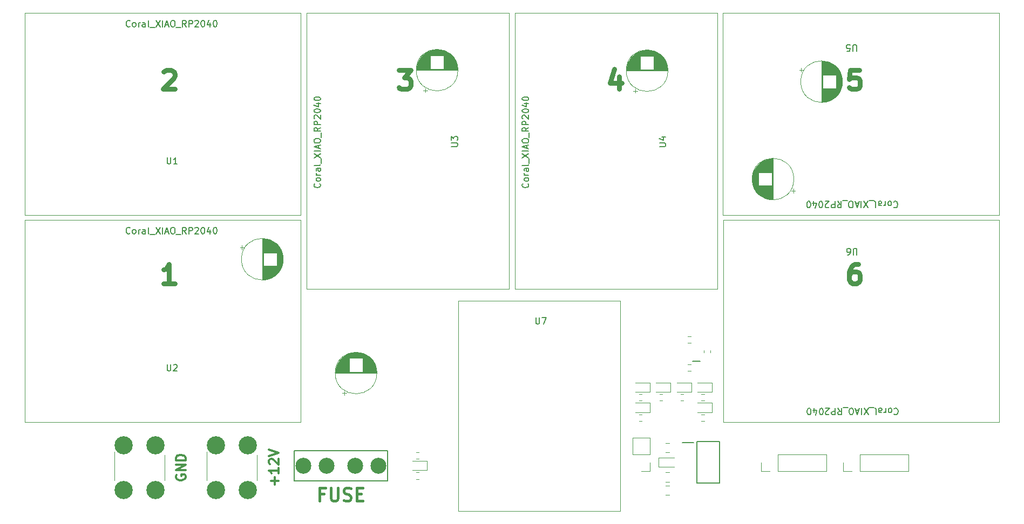
<source format=gbr>
%TF.GenerationSoftware,KiCad,Pcbnew,7.0.5*%
%TF.CreationDate,2023-07-18T15:35:35-04:00*%
%TF.ProjectId,PCBPT_Main_control_V1,50434250-545f-44d6-9169-6e5f636f6e74,rev?*%
%TF.SameCoordinates,Original*%
%TF.FileFunction,Legend,Top*%
%TF.FilePolarity,Positive*%
%FSLAX46Y46*%
G04 Gerber Fmt 4.6, Leading zero omitted, Abs format (unit mm)*
G04 Created by KiCad (PCBNEW 7.0.5) date 2023-07-18 15:35:35*
%MOMM*%
%LPD*%
G01*
G04 APERTURE LIST*
%ADD10C,0.750000*%
%ADD11C,0.300000*%
%ADD12C,0.381000*%
%ADD13C,0.150000*%
%ADD14C,0.120000*%
%ADD15C,0.100000*%
%ADD16C,0.200000*%
%ADD17C,2.850000*%
%ADD18C,2.500000*%
G04 APERTURE END LIST*
D10*
X201714286Y-48593857D02*
X200285714Y-48593857D01*
X200285714Y-48593857D02*
X200142857Y-50022428D01*
X200142857Y-50022428D02*
X200285714Y-49879571D01*
X200285714Y-49879571D02*
X200571429Y-49736714D01*
X200571429Y-49736714D02*
X201285714Y-49736714D01*
X201285714Y-49736714D02*
X201571429Y-49879571D01*
X201571429Y-49879571D02*
X201714286Y-50022428D01*
X201714286Y-50022428D02*
X201857143Y-50308142D01*
X201857143Y-50308142D02*
X201857143Y-51022428D01*
X201857143Y-51022428D02*
X201714286Y-51308142D01*
X201714286Y-51308142D02*
X201571429Y-51451000D01*
X201571429Y-51451000D02*
X201285714Y-51593857D01*
X201285714Y-51593857D02*
X200571429Y-51593857D01*
X200571429Y-51593857D02*
X200285714Y-51451000D01*
X200285714Y-51451000D02*
X200142857Y-51308142D01*
X164071429Y-49593857D02*
X164071429Y-51593857D01*
X163357143Y-48451000D02*
X162642857Y-50593857D01*
X162642857Y-50593857D02*
X164500000Y-50593857D01*
D11*
X110079400Y-113695489D02*
X110079400Y-112552632D01*
X110650828Y-113124060D02*
X109507971Y-113124060D01*
X110650828Y-111052631D02*
X110650828Y-111909774D01*
X110650828Y-111481203D02*
X109150828Y-111481203D01*
X109150828Y-111481203D02*
X109365114Y-111624060D01*
X109365114Y-111624060D02*
X109507971Y-111766917D01*
X109507971Y-111766917D02*
X109579400Y-111909774D01*
X109293685Y-110481203D02*
X109222257Y-110409775D01*
X109222257Y-110409775D02*
X109150828Y-110266918D01*
X109150828Y-110266918D02*
X109150828Y-109909775D01*
X109150828Y-109909775D02*
X109222257Y-109766918D01*
X109222257Y-109766918D02*
X109293685Y-109695489D01*
X109293685Y-109695489D02*
X109436542Y-109624060D01*
X109436542Y-109624060D02*
X109579400Y-109624060D01*
X109579400Y-109624060D02*
X109793685Y-109695489D01*
X109793685Y-109695489D02*
X110650828Y-110552632D01*
X110650828Y-110552632D02*
X110650828Y-109624060D01*
X109150828Y-109195489D02*
X110650828Y-108695489D01*
X110650828Y-108695489D02*
X109150828Y-108195489D01*
D10*
X201571429Y-79093857D02*
X201000000Y-79093857D01*
X201000000Y-79093857D02*
X200714286Y-79236714D01*
X200714286Y-79236714D02*
X200571429Y-79379571D01*
X200571429Y-79379571D02*
X200285714Y-79808142D01*
X200285714Y-79808142D02*
X200142857Y-80379571D01*
X200142857Y-80379571D02*
X200142857Y-81522428D01*
X200142857Y-81522428D02*
X200285714Y-81808142D01*
X200285714Y-81808142D02*
X200428571Y-81951000D01*
X200428571Y-81951000D02*
X200714286Y-82093857D01*
X200714286Y-82093857D02*
X201285714Y-82093857D01*
X201285714Y-82093857D02*
X201571429Y-81951000D01*
X201571429Y-81951000D02*
X201714286Y-81808142D01*
X201714286Y-81808142D02*
X201857143Y-81522428D01*
X201857143Y-81522428D02*
X201857143Y-80808142D01*
X201857143Y-80808142D02*
X201714286Y-80522428D01*
X201714286Y-80522428D02*
X201571429Y-80379571D01*
X201571429Y-80379571D02*
X201285714Y-80236714D01*
X201285714Y-80236714D02*
X200714286Y-80236714D01*
X200714286Y-80236714D02*
X200428571Y-80379571D01*
X200428571Y-80379571D02*
X200285714Y-80522428D01*
X200285714Y-80522428D02*
X200142857Y-80808142D01*
D11*
X94622257Y-112159774D02*
X94550828Y-112302632D01*
X94550828Y-112302632D02*
X94550828Y-112516917D01*
X94550828Y-112516917D02*
X94622257Y-112731203D01*
X94622257Y-112731203D02*
X94765114Y-112874060D01*
X94765114Y-112874060D02*
X94907971Y-112945489D01*
X94907971Y-112945489D02*
X95193685Y-113016917D01*
X95193685Y-113016917D02*
X95407971Y-113016917D01*
X95407971Y-113016917D02*
X95693685Y-112945489D01*
X95693685Y-112945489D02*
X95836542Y-112874060D01*
X95836542Y-112874060D02*
X95979400Y-112731203D01*
X95979400Y-112731203D02*
X96050828Y-112516917D01*
X96050828Y-112516917D02*
X96050828Y-112374060D01*
X96050828Y-112374060D02*
X95979400Y-112159774D01*
X95979400Y-112159774D02*
X95907971Y-112088346D01*
X95907971Y-112088346D02*
X95407971Y-112088346D01*
X95407971Y-112088346D02*
X95407971Y-112374060D01*
X96050828Y-111445489D02*
X94550828Y-111445489D01*
X94550828Y-111445489D02*
X96050828Y-110588346D01*
X96050828Y-110588346D02*
X94550828Y-110588346D01*
X96050828Y-109874060D02*
X94550828Y-109874060D01*
X94550828Y-109874060D02*
X94550828Y-109516917D01*
X94550828Y-109516917D02*
X94622257Y-109302631D01*
X94622257Y-109302631D02*
X94765114Y-109159774D01*
X94765114Y-109159774D02*
X94907971Y-109088345D01*
X94907971Y-109088345D02*
X95193685Y-109016917D01*
X95193685Y-109016917D02*
X95407971Y-109016917D01*
X95407971Y-109016917D02*
X95693685Y-109088345D01*
X95693685Y-109088345D02*
X95836542Y-109159774D01*
X95836542Y-109159774D02*
X95979400Y-109302631D01*
X95979400Y-109302631D02*
X96050828Y-109516917D01*
X96050828Y-109516917D02*
X96050828Y-109874060D01*
D10*
X129500000Y-48593857D02*
X131357143Y-48593857D01*
X131357143Y-48593857D02*
X130357143Y-49736714D01*
X130357143Y-49736714D02*
X130785714Y-49736714D01*
X130785714Y-49736714D02*
X131071429Y-49879571D01*
X131071429Y-49879571D02*
X131214286Y-50022428D01*
X131214286Y-50022428D02*
X131357143Y-50308142D01*
X131357143Y-50308142D02*
X131357143Y-51022428D01*
X131357143Y-51022428D02*
X131214286Y-51308142D01*
X131214286Y-51308142D02*
X131071429Y-51451000D01*
X131071429Y-51451000D02*
X130785714Y-51593857D01*
X130785714Y-51593857D02*
X129928571Y-51593857D01*
X129928571Y-51593857D02*
X129642857Y-51451000D01*
X129642857Y-51451000D02*
X129500000Y-51308142D01*
X92642857Y-48879571D02*
X92785714Y-48736714D01*
X92785714Y-48736714D02*
X93071429Y-48593857D01*
X93071429Y-48593857D02*
X93785714Y-48593857D01*
X93785714Y-48593857D02*
X94071429Y-48736714D01*
X94071429Y-48736714D02*
X94214286Y-48879571D01*
X94214286Y-48879571D02*
X94357143Y-49165285D01*
X94357143Y-49165285D02*
X94357143Y-49451000D01*
X94357143Y-49451000D02*
X94214286Y-49879571D01*
X94214286Y-49879571D02*
X92500000Y-51593857D01*
X92500000Y-51593857D02*
X94357143Y-51593857D01*
X94357143Y-82093857D02*
X92642857Y-82093857D01*
X93500000Y-82093857D02*
X93500000Y-79093857D01*
X93500000Y-79093857D02*
X93214286Y-79522428D01*
X93214286Y-79522428D02*
X92928571Y-79808142D01*
X92928571Y-79808142D02*
X92642857Y-79951000D01*
D12*
X117761799Y-115167128D02*
X117084466Y-115167128D01*
X117084466Y-116231509D02*
X117084466Y-114199509D01*
X117084466Y-114199509D02*
X118052085Y-114199509D01*
X118826180Y-114199509D02*
X118826180Y-115844462D01*
X118826180Y-115844462D02*
X118922942Y-116037986D01*
X118922942Y-116037986D02*
X119019704Y-116134748D01*
X119019704Y-116134748D02*
X119213228Y-116231509D01*
X119213228Y-116231509D02*
X119600275Y-116231509D01*
X119600275Y-116231509D02*
X119793799Y-116134748D01*
X119793799Y-116134748D02*
X119890561Y-116037986D01*
X119890561Y-116037986D02*
X119987323Y-115844462D01*
X119987323Y-115844462D02*
X119987323Y-114199509D01*
X120858180Y-116134748D02*
X121148466Y-116231509D01*
X121148466Y-116231509D02*
X121632275Y-116231509D01*
X121632275Y-116231509D02*
X121825799Y-116134748D01*
X121825799Y-116134748D02*
X121922561Y-116037986D01*
X121922561Y-116037986D02*
X122019323Y-115844462D01*
X122019323Y-115844462D02*
X122019323Y-115650938D01*
X122019323Y-115650938D02*
X121922561Y-115457414D01*
X121922561Y-115457414D02*
X121825799Y-115360652D01*
X121825799Y-115360652D02*
X121632275Y-115263890D01*
X121632275Y-115263890D02*
X121245228Y-115167128D01*
X121245228Y-115167128D02*
X121051704Y-115070367D01*
X121051704Y-115070367D02*
X120954942Y-114973605D01*
X120954942Y-114973605D02*
X120858180Y-114780081D01*
X120858180Y-114780081D02*
X120858180Y-114586557D01*
X120858180Y-114586557D02*
X120954942Y-114393033D01*
X120954942Y-114393033D02*
X121051704Y-114296271D01*
X121051704Y-114296271D02*
X121245228Y-114199509D01*
X121245228Y-114199509D02*
X121729037Y-114199509D01*
X121729037Y-114199509D02*
X122019323Y-114296271D01*
X122890180Y-115167128D02*
X123567513Y-115167128D01*
X123857799Y-116231509D02*
X122890180Y-116231509D01*
X122890180Y-116231509D02*
X122890180Y-114199509D01*
X122890180Y-114199509D02*
X123857799Y-114199509D01*
D13*
%TO.C,U2*%
X93188095Y-94819819D02*
X93188095Y-95629342D01*
X93188095Y-95629342D02*
X93235714Y-95724580D01*
X93235714Y-95724580D02*
X93283333Y-95772200D01*
X93283333Y-95772200D02*
X93378571Y-95819819D01*
X93378571Y-95819819D02*
X93569047Y-95819819D01*
X93569047Y-95819819D02*
X93664285Y-95772200D01*
X93664285Y-95772200D02*
X93711904Y-95724580D01*
X93711904Y-95724580D02*
X93759523Y-95629342D01*
X93759523Y-95629342D02*
X93759523Y-94819819D01*
X94188095Y-94915057D02*
X94235714Y-94867438D01*
X94235714Y-94867438D02*
X94330952Y-94819819D01*
X94330952Y-94819819D02*
X94569047Y-94819819D01*
X94569047Y-94819819D02*
X94664285Y-94867438D01*
X94664285Y-94867438D02*
X94711904Y-94915057D01*
X94711904Y-94915057D02*
X94759523Y-95010295D01*
X94759523Y-95010295D02*
X94759523Y-95105533D01*
X94759523Y-95105533D02*
X94711904Y-95248390D01*
X94711904Y-95248390D02*
X94140476Y-95819819D01*
X94140476Y-95819819D02*
X94759523Y-95819819D01*
X87358207Y-74199580D02*
X87310588Y-74247200D01*
X87310588Y-74247200D02*
X87167731Y-74294819D01*
X87167731Y-74294819D02*
X87072493Y-74294819D01*
X87072493Y-74294819D02*
X86929636Y-74247200D01*
X86929636Y-74247200D02*
X86834398Y-74151961D01*
X86834398Y-74151961D02*
X86786779Y-74056723D01*
X86786779Y-74056723D02*
X86739160Y-73866247D01*
X86739160Y-73866247D02*
X86739160Y-73723390D01*
X86739160Y-73723390D02*
X86786779Y-73532914D01*
X86786779Y-73532914D02*
X86834398Y-73437676D01*
X86834398Y-73437676D02*
X86929636Y-73342438D01*
X86929636Y-73342438D02*
X87072493Y-73294819D01*
X87072493Y-73294819D02*
X87167731Y-73294819D01*
X87167731Y-73294819D02*
X87310588Y-73342438D01*
X87310588Y-73342438D02*
X87358207Y-73390057D01*
X87929636Y-74294819D02*
X87834398Y-74247200D01*
X87834398Y-74247200D02*
X87786779Y-74199580D01*
X87786779Y-74199580D02*
X87739160Y-74104342D01*
X87739160Y-74104342D02*
X87739160Y-73818628D01*
X87739160Y-73818628D02*
X87786779Y-73723390D01*
X87786779Y-73723390D02*
X87834398Y-73675771D01*
X87834398Y-73675771D02*
X87929636Y-73628152D01*
X87929636Y-73628152D02*
X88072493Y-73628152D01*
X88072493Y-73628152D02*
X88167731Y-73675771D01*
X88167731Y-73675771D02*
X88215350Y-73723390D01*
X88215350Y-73723390D02*
X88262969Y-73818628D01*
X88262969Y-73818628D02*
X88262969Y-74104342D01*
X88262969Y-74104342D02*
X88215350Y-74199580D01*
X88215350Y-74199580D02*
X88167731Y-74247200D01*
X88167731Y-74247200D02*
X88072493Y-74294819D01*
X88072493Y-74294819D02*
X87929636Y-74294819D01*
X88691541Y-74294819D02*
X88691541Y-73628152D01*
X88691541Y-73818628D02*
X88739160Y-73723390D01*
X88739160Y-73723390D02*
X88786779Y-73675771D01*
X88786779Y-73675771D02*
X88882017Y-73628152D01*
X88882017Y-73628152D02*
X88977255Y-73628152D01*
X89739160Y-74294819D02*
X89739160Y-73771009D01*
X89739160Y-73771009D02*
X89691541Y-73675771D01*
X89691541Y-73675771D02*
X89596303Y-73628152D01*
X89596303Y-73628152D02*
X89405827Y-73628152D01*
X89405827Y-73628152D02*
X89310589Y-73675771D01*
X89739160Y-74247200D02*
X89643922Y-74294819D01*
X89643922Y-74294819D02*
X89405827Y-74294819D01*
X89405827Y-74294819D02*
X89310589Y-74247200D01*
X89310589Y-74247200D02*
X89262970Y-74151961D01*
X89262970Y-74151961D02*
X89262970Y-74056723D01*
X89262970Y-74056723D02*
X89310589Y-73961485D01*
X89310589Y-73961485D02*
X89405827Y-73913866D01*
X89405827Y-73913866D02*
X89643922Y-73913866D01*
X89643922Y-73913866D02*
X89739160Y-73866247D01*
X90358208Y-74294819D02*
X90262970Y-74247200D01*
X90262970Y-74247200D02*
X90215351Y-74151961D01*
X90215351Y-74151961D02*
X90215351Y-73294819D01*
X90501066Y-74390057D02*
X91262970Y-74390057D01*
X91405828Y-73294819D02*
X92072494Y-74294819D01*
X92072494Y-73294819D02*
X91405828Y-74294819D01*
X92453447Y-74294819D02*
X92453447Y-73294819D01*
X92882018Y-74009104D02*
X93358208Y-74009104D01*
X92786780Y-74294819D02*
X93120113Y-73294819D01*
X93120113Y-73294819D02*
X93453446Y-74294819D01*
X93977256Y-73294819D02*
X94167732Y-73294819D01*
X94167732Y-73294819D02*
X94262970Y-73342438D01*
X94262970Y-73342438D02*
X94358208Y-73437676D01*
X94358208Y-73437676D02*
X94405827Y-73628152D01*
X94405827Y-73628152D02*
X94405827Y-73961485D01*
X94405827Y-73961485D02*
X94358208Y-74151961D01*
X94358208Y-74151961D02*
X94262970Y-74247200D01*
X94262970Y-74247200D02*
X94167732Y-74294819D01*
X94167732Y-74294819D02*
X93977256Y-74294819D01*
X93977256Y-74294819D02*
X93882018Y-74247200D01*
X93882018Y-74247200D02*
X93786780Y-74151961D01*
X93786780Y-74151961D02*
X93739161Y-73961485D01*
X93739161Y-73961485D02*
X93739161Y-73628152D01*
X93739161Y-73628152D02*
X93786780Y-73437676D01*
X93786780Y-73437676D02*
X93882018Y-73342438D01*
X93882018Y-73342438D02*
X93977256Y-73294819D01*
X94596304Y-74390057D02*
X95358208Y-74390057D01*
X96167732Y-74294819D02*
X95834399Y-73818628D01*
X95596304Y-74294819D02*
X95596304Y-73294819D01*
X95596304Y-73294819D02*
X95977256Y-73294819D01*
X95977256Y-73294819D02*
X96072494Y-73342438D01*
X96072494Y-73342438D02*
X96120113Y-73390057D01*
X96120113Y-73390057D02*
X96167732Y-73485295D01*
X96167732Y-73485295D02*
X96167732Y-73628152D01*
X96167732Y-73628152D02*
X96120113Y-73723390D01*
X96120113Y-73723390D02*
X96072494Y-73771009D01*
X96072494Y-73771009D02*
X95977256Y-73818628D01*
X95977256Y-73818628D02*
X95596304Y-73818628D01*
X96596304Y-74294819D02*
X96596304Y-73294819D01*
X96596304Y-73294819D02*
X96977256Y-73294819D01*
X96977256Y-73294819D02*
X97072494Y-73342438D01*
X97072494Y-73342438D02*
X97120113Y-73390057D01*
X97120113Y-73390057D02*
X97167732Y-73485295D01*
X97167732Y-73485295D02*
X97167732Y-73628152D01*
X97167732Y-73628152D02*
X97120113Y-73723390D01*
X97120113Y-73723390D02*
X97072494Y-73771009D01*
X97072494Y-73771009D02*
X96977256Y-73818628D01*
X96977256Y-73818628D02*
X96596304Y-73818628D01*
X97548685Y-73390057D02*
X97596304Y-73342438D01*
X97596304Y-73342438D02*
X97691542Y-73294819D01*
X97691542Y-73294819D02*
X97929637Y-73294819D01*
X97929637Y-73294819D02*
X98024875Y-73342438D01*
X98024875Y-73342438D02*
X98072494Y-73390057D01*
X98072494Y-73390057D02*
X98120113Y-73485295D01*
X98120113Y-73485295D02*
X98120113Y-73580533D01*
X98120113Y-73580533D02*
X98072494Y-73723390D01*
X98072494Y-73723390D02*
X97501066Y-74294819D01*
X97501066Y-74294819D02*
X98120113Y-74294819D01*
X98739161Y-73294819D02*
X98834399Y-73294819D01*
X98834399Y-73294819D02*
X98929637Y-73342438D01*
X98929637Y-73342438D02*
X98977256Y-73390057D01*
X98977256Y-73390057D02*
X99024875Y-73485295D01*
X99024875Y-73485295D02*
X99072494Y-73675771D01*
X99072494Y-73675771D02*
X99072494Y-73913866D01*
X99072494Y-73913866D02*
X99024875Y-74104342D01*
X99024875Y-74104342D02*
X98977256Y-74199580D01*
X98977256Y-74199580D02*
X98929637Y-74247200D01*
X98929637Y-74247200D02*
X98834399Y-74294819D01*
X98834399Y-74294819D02*
X98739161Y-74294819D01*
X98739161Y-74294819D02*
X98643923Y-74247200D01*
X98643923Y-74247200D02*
X98596304Y-74199580D01*
X98596304Y-74199580D02*
X98548685Y-74104342D01*
X98548685Y-74104342D02*
X98501066Y-73913866D01*
X98501066Y-73913866D02*
X98501066Y-73675771D01*
X98501066Y-73675771D02*
X98548685Y-73485295D01*
X98548685Y-73485295D02*
X98596304Y-73390057D01*
X98596304Y-73390057D02*
X98643923Y-73342438D01*
X98643923Y-73342438D02*
X98739161Y-73294819D01*
X99929637Y-73628152D02*
X99929637Y-74294819D01*
X99691542Y-73247200D02*
X99453447Y-73961485D01*
X99453447Y-73961485D02*
X100072494Y-73961485D01*
X100643923Y-73294819D02*
X100739161Y-73294819D01*
X100739161Y-73294819D02*
X100834399Y-73342438D01*
X100834399Y-73342438D02*
X100882018Y-73390057D01*
X100882018Y-73390057D02*
X100929637Y-73485295D01*
X100929637Y-73485295D02*
X100977256Y-73675771D01*
X100977256Y-73675771D02*
X100977256Y-73913866D01*
X100977256Y-73913866D02*
X100929637Y-74104342D01*
X100929637Y-74104342D02*
X100882018Y-74199580D01*
X100882018Y-74199580D02*
X100834399Y-74247200D01*
X100834399Y-74247200D02*
X100739161Y-74294819D01*
X100739161Y-74294819D02*
X100643923Y-74294819D01*
X100643923Y-74294819D02*
X100548685Y-74247200D01*
X100548685Y-74247200D02*
X100501066Y-74199580D01*
X100501066Y-74199580D02*
X100453447Y-74104342D01*
X100453447Y-74104342D02*
X100405828Y-73913866D01*
X100405828Y-73913866D02*
X100405828Y-73675771D01*
X100405828Y-73675771D02*
X100453447Y-73485295D01*
X100453447Y-73485295D02*
X100501066Y-73390057D01*
X100501066Y-73390057D02*
X100548685Y-73342438D01*
X100548685Y-73342438D02*
X100643923Y-73294819D01*
%TO.C,U3*%
X137744819Y-60586904D02*
X138554342Y-60586904D01*
X138554342Y-60586904D02*
X138649580Y-60539285D01*
X138649580Y-60539285D02*
X138697200Y-60491666D01*
X138697200Y-60491666D02*
X138744819Y-60396428D01*
X138744819Y-60396428D02*
X138744819Y-60205952D01*
X138744819Y-60205952D02*
X138697200Y-60110714D01*
X138697200Y-60110714D02*
X138649580Y-60063095D01*
X138649580Y-60063095D02*
X138554342Y-60015476D01*
X138554342Y-60015476D02*
X137744819Y-60015476D01*
X137744819Y-59634523D02*
X137744819Y-59015476D01*
X137744819Y-59015476D02*
X138125771Y-59348809D01*
X138125771Y-59348809D02*
X138125771Y-59205952D01*
X138125771Y-59205952D02*
X138173390Y-59110714D01*
X138173390Y-59110714D02*
X138221009Y-59063095D01*
X138221009Y-59063095D02*
X138316247Y-59015476D01*
X138316247Y-59015476D02*
X138554342Y-59015476D01*
X138554342Y-59015476D02*
X138649580Y-59063095D01*
X138649580Y-59063095D02*
X138697200Y-59110714D01*
X138697200Y-59110714D02*
X138744819Y-59205952D01*
X138744819Y-59205952D02*
X138744819Y-59491666D01*
X138744819Y-59491666D02*
X138697200Y-59586904D01*
X138697200Y-59586904D02*
X138649580Y-59634523D01*
X117124580Y-66416792D02*
X117172200Y-66464411D01*
X117172200Y-66464411D02*
X117219819Y-66607268D01*
X117219819Y-66607268D02*
X117219819Y-66702506D01*
X117219819Y-66702506D02*
X117172200Y-66845363D01*
X117172200Y-66845363D02*
X117076961Y-66940601D01*
X117076961Y-66940601D02*
X116981723Y-66988220D01*
X116981723Y-66988220D02*
X116791247Y-67035839D01*
X116791247Y-67035839D02*
X116648390Y-67035839D01*
X116648390Y-67035839D02*
X116457914Y-66988220D01*
X116457914Y-66988220D02*
X116362676Y-66940601D01*
X116362676Y-66940601D02*
X116267438Y-66845363D01*
X116267438Y-66845363D02*
X116219819Y-66702506D01*
X116219819Y-66702506D02*
X116219819Y-66607268D01*
X116219819Y-66607268D02*
X116267438Y-66464411D01*
X116267438Y-66464411D02*
X116315057Y-66416792D01*
X117219819Y-65845363D02*
X117172200Y-65940601D01*
X117172200Y-65940601D02*
X117124580Y-65988220D01*
X117124580Y-65988220D02*
X117029342Y-66035839D01*
X117029342Y-66035839D02*
X116743628Y-66035839D01*
X116743628Y-66035839D02*
X116648390Y-65988220D01*
X116648390Y-65988220D02*
X116600771Y-65940601D01*
X116600771Y-65940601D02*
X116553152Y-65845363D01*
X116553152Y-65845363D02*
X116553152Y-65702506D01*
X116553152Y-65702506D02*
X116600771Y-65607268D01*
X116600771Y-65607268D02*
X116648390Y-65559649D01*
X116648390Y-65559649D02*
X116743628Y-65512030D01*
X116743628Y-65512030D02*
X117029342Y-65512030D01*
X117029342Y-65512030D02*
X117124580Y-65559649D01*
X117124580Y-65559649D02*
X117172200Y-65607268D01*
X117172200Y-65607268D02*
X117219819Y-65702506D01*
X117219819Y-65702506D02*
X117219819Y-65845363D01*
X117219819Y-65083458D02*
X116553152Y-65083458D01*
X116743628Y-65083458D02*
X116648390Y-65035839D01*
X116648390Y-65035839D02*
X116600771Y-64988220D01*
X116600771Y-64988220D02*
X116553152Y-64892982D01*
X116553152Y-64892982D02*
X116553152Y-64797744D01*
X117219819Y-64035839D02*
X116696009Y-64035839D01*
X116696009Y-64035839D02*
X116600771Y-64083458D01*
X116600771Y-64083458D02*
X116553152Y-64178696D01*
X116553152Y-64178696D02*
X116553152Y-64369172D01*
X116553152Y-64369172D02*
X116600771Y-64464410D01*
X117172200Y-64035839D02*
X117219819Y-64131077D01*
X117219819Y-64131077D02*
X117219819Y-64369172D01*
X117219819Y-64369172D02*
X117172200Y-64464410D01*
X117172200Y-64464410D02*
X117076961Y-64512029D01*
X117076961Y-64512029D02*
X116981723Y-64512029D01*
X116981723Y-64512029D02*
X116886485Y-64464410D01*
X116886485Y-64464410D02*
X116838866Y-64369172D01*
X116838866Y-64369172D02*
X116838866Y-64131077D01*
X116838866Y-64131077D02*
X116791247Y-64035839D01*
X117219819Y-63416791D02*
X117172200Y-63512029D01*
X117172200Y-63512029D02*
X117076961Y-63559648D01*
X117076961Y-63559648D02*
X116219819Y-63559648D01*
X117315057Y-63273934D02*
X117315057Y-62512029D01*
X116219819Y-62369171D02*
X117219819Y-61702505D01*
X116219819Y-61702505D02*
X117219819Y-62369171D01*
X117219819Y-61321552D02*
X116219819Y-61321552D01*
X116934104Y-60892981D02*
X116934104Y-60416791D01*
X117219819Y-60988219D02*
X116219819Y-60654886D01*
X116219819Y-60654886D02*
X117219819Y-60321553D01*
X116219819Y-59797743D02*
X116219819Y-59607267D01*
X116219819Y-59607267D02*
X116267438Y-59512029D01*
X116267438Y-59512029D02*
X116362676Y-59416791D01*
X116362676Y-59416791D02*
X116553152Y-59369172D01*
X116553152Y-59369172D02*
X116886485Y-59369172D01*
X116886485Y-59369172D02*
X117076961Y-59416791D01*
X117076961Y-59416791D02*
X117172200Y-59512029D01*
X117172200Y-59512029D02*
X117219819Y-59607267D01*
X117219819Y-59607267D02*
X117219819Y-59797743D01*
X117219819Y-59797743D02*
X117172200Y-59892981D01*
X117172200Y-59892981D02*
X117076961Y-59988219D01*
X117076961Y-59988219D02*
X116886485Y-60035838D01*
X116886485Y-60035838D02*
X116553152Y-60035838D01*
X116553152Y-60035838D02*
X116362676Y-59988219D01*
X116362676Y-59988219D02*
X116267438Y-59892981D01*
X116267438Y-59892981D02*
X116219819Y-59797743D01*
X117315057Y-59178696D02*
X117315057Y-58416791D01*
X117219819Y-57607267D02*
X116743628Y-57940600D01*
X117219819Y-58178695D02*
X116219819Y-58178695D01*
X116219819Y-58178695D02*
X116219819Y-57797743D01*
X116219819Y-57797743D02*
X116267438Y-57702505D01*
X116267438Y-57702505D02*
X116315057Y-57654886D01*
X116315057Y-57654886D02*
X116410295Y-57607267D01*
X116410295Y-57607267D02*
X116553152Y-57607267D01*
X116553152Y-57607267D02*
X116648390Y-57654886D01*
X116648390Y-57654886D02*
X116696009Y-57702505D01*
X116696009Y-57702505D02*
X116743628Y-57797743D01*
X116743628Y-57797743D02*
X116743628Y-58178695D01*
X117219819Y-57178695D02*
X116219819Y-57178695D01*
X116219819Y-57178695D02*
X116219819Y-56797743D01*
X116219819Y-56797743D02*
X116267438Y-56702505D01*
X116267438Y-56702505D02*
X116315057Y-56654886D01*
X116315057Y-56654886D02*
X116410295Y-56607267D01*
X116410295Y-56607267D02*
X116553152Y-56607267D01*
X116553152Y-56607267D02*
X116648390Y-56654886D01*
X116648390Y-56654886D02*
X116696009Y-56702505D01*
X116696009Y-56702505D02*
X116743628Y-56797743D01*
X116743628Y-56797743D02*
X116743628Y-57178695D01*
X116315057Y-56226314D02*
X116267438Y-56178695D01*
X116267438Y-56178695D02*
X116219819Y-56083457D01*
X116219819Y-56083457D02*
X116219819Y-55845362D01*
X116219819Y-55845362D02*
X116267438Y-55750124D01*
X116267438Y-55750124D02*
X116315057Y-55702505D01*
X116315057Y-55702505D02*
X116410295Y-55654886D01*
X116410295Y-55654886D02*
X116505533Y-55654886D01*
X116505533Y-55654886D02*
X116648390Y-55702505D01*
X116648390Y-55702505D02*
X117219819Y-56273933D01*
X117219819Y-56273933D02*
X117219819Y-55654886D01*
X116219819Y-55035838D02*
X116219819Y-54940600D01*
X116219819Y-54940600D02*
X116267438Y-54845362D01*
X116267438Y-54845362D02*
X116315057Y-54797743D01*
X116315057Y-54797743D02*
X116410295Y-54750124D01*
X116410295Y-54750124D02*
X116600771Y-54702505D01*
X116600771Y-54702505D02*
X116838866Y-54702505D01*
X116838866Y-54702505D02*
X117029342Y-54750124D01*
X117029342Y-54750124D02*
X117124580Y-54797743D01*
X117124580Y-54797743D02*
X117172200Y-54845362D01*
X117172200Y-54845362D02*
X117219819Y-54940600D01*
X117219819Y-54940600D02*
X117219819Y-55035838D01*
X117219819Y-55035838D02*
X117172200Y-55131076D01*
X117172200Y-55131076D02*
X117124580Y-55178695D01*
X117124580Y-55178695D02*
X117029342Y-55226314D01*
X117029342Y-55226314D02*
X116838866Y-55273933D01*
X116838866Y-55273933D02*
X116600771Y-55273933D01*
X116600771Y-55273933D02*
X116410295Y-55226314D01*
X116410295Y-55226314D02*
X116315057Y-55178695D01*
X116315057Y-55178695D02*
X116267438Y-55131076D01*
X116267438Y-55131076D02*
X116219819Y-55035838D01*
X116553152Y-53845362D02*
X117219819Y-53845362D01*
X116172200Y-54083457D02*
X116886485Y-54321552D01*
X116886485Y-54321552D02*
X116886485Y-53702505D01*
X116219819Y-53131076D02*
X116219819Y-53035838D01*
X116219819Y-53035838D02*
X116267438Y-52940600D01*
X116267438Y-52940600D02*
X116315057Y-52892981D01*
X116315057Y-52892981D02*
X116410295Y-52845362D01*
X116410295Y-52845362D02*
X116600771Y-52797743D01*
X116600771Y-52797743D02*
X116838866Y-52797743D01*
X116838866Y-52797743D02*
X117029342Y-52845362D01*
X117029342Y-52845362D02*
X117124580Y-52892981D01*
X117124580Y-52892981D02*
X117172200Y-52940600D01*
X117172200Y-52940600D02*
X117219819Y-53035838D01*
X117219819Y-53035838D02*
X117219819Y-53131076D01*
X117219819Y-53131076D02*
X117172200Y-53226314D01*
X117172200Y-53226314D02*
X117124580Y-53273933D01*
X117124580Y-53273933D02*
X117029342Y-53321552D01*
X117029342Y-53321552D02*
X116838866Y-53369171D01*
X116838866Y-53369171D02*
X116600771Y-53369171D01*
X116600771Y-53369171D02*
X116410295Y-53321552D01*
X116410295Y-53321552D02*
X116315057Y-53273933D01*
X116315057Y-53273933D02*
X116267438Y-53226314D01*
X116267438Y-53226314D02*
X116219819Y-53131076D01*
%TO.C,U6*%
X201361904Y-77595180D02*
X201361904Y-76785657D01*
X201361904Y-76785657D02*
X201314285Y-76690419D01*
X201314285Y-76690419D02*
X201266666Y-76642800D01*
X201266666Y-76642800D02*
X201171428Y-76595180D01*
X201171428Y-76595180D02*
X200980952Y-76595180D01*
X200980952Y-76595180D02*
X200885714Y-76642800D01*
X200885714Y-76642800D02*
X200838095Y-76690419D01*
X200838095Y-76690419D02*
X200790476Y-76785657D01*
X200790476Y-76785657D02*
X200790476Y-77595180D01*
X199885714Y-77595180D02*
X200076190Y-77595180D01*
X200076190Y-77595180D02*
X200171428Y-77547561D01*
X200171428Y-77547561D02*
X200219047Y-77499942D01*
X200219047Y-77499942D02*
X200314285Y-77357085D01*
X200314285Y-77357085D02*
X200361904Y-77166609D01*
X200361904Y-77166609D02*
X200361904Y-76785657D01*
X200361904Y-76785657D02*
X200314285Y-76690419D01*
X200314285Y-76690419D02*
X200266666Y-76642800D01*
X200266666Y-76642800D02*
X200171428Y-76595180D01*
X200171428Y-76595180D02*
X199980952Y-76595180D01*
X199980952Y-76595180D02*
X199885714Y-76642800D01*
X199885714Y-76642800D02*
X199838095Y-76690419D01*
X199838095Y-76690419D02*
X199790476Y-76785657D01*
X199790476Y-76785657D02*
X199790476Y-77023752D01*
X199790476Y-77023752D02*
X199838095Y-77118990D01*
X199838095Y-77118990D02*
X199885714Y-77166609D01*
X199885714Y-77166609D02*
X199980952Y-77214228D01*
X199980952Y-77214228D02*
X200171428Y-77214228D01*
X200171428Y-77214228D02*
X200266666Y-77166609D01*
X200266666Y-77166609D02*
X200314285Y-77118990D01*
X200314285Y-77118990D02*
X200361904Y-77023752D01*
X207201792Y-101800419D02*
X207249411Y-101752800D01*
X207249411Y-101752800D02*
X207392268Y-101705180D01*
X207392268Y-101705180D02*
X207487506Y-101705180D01*
X207487506Y-101705180D02*
X207630363Y-101752800D01*
X207630363Y-101752800D02*
X207725601Y-101848038D01*
X207725601Y-101848038D02*
X207773220Y-101943276D01*
X207773220Y-101943276D02*
X207820839Y-102133752D01*
X207820839Y-102133752D02*
X207820839Y-102276609D01*
X207820839Y-102276609D02*
X207773220Y-102467085D01*
X207773220Y-102467085D02*
X207725601Y-102562323D01*
X207725601Y-102562323D02*
X207630363Y-102657561D01*
X207630363Y-102657561D02*
X207487506Y-102705180D01*
X207487506Y-102705180D02*
X207392268Y-102705180D01*
X207392268Y-102705180D02*
X207249411Y-102657561D01*
X207249411Y-102657561D02*
X207201792Y-102609942D01*
X206630363Y-101705180D02*
X206725601Y-101752800D01*
X206725601Y-101752800D02*
X206773220Y-101800419D01*
X206773220Y-101800419D02*
X206820839Y-101895657D01*
X206820839Y-101895657D02*
X206820839Y-102181371D01*
X206820839Y-102181371D02*
X206773220Y-102276609D01*
X206773220Y-102276609D02*
X206725601Y-102324228D01*
X206725601Y-102324228D02*
X206630363Y-102371847D01*
X206630363Y-102371847D02*
X206487506Y-102371847D01*
X206487506Y-102371847D02*
X206392268Y-102324228D01*
X206392268Y-102324228D02*
X206344649Y-102276609D01*
X206344649Y-102276609D02*
X206297030Y-102181371D01*
X206297030Y-102181371D02*
X206297030Y-101895657D01*
X206297030Y-101895657D02*
X206344649Y-101800419D01*
X206344649Y-101800419D02*
X206392268Y-101752800D01*
X206392268Y-101752800D02*
X206487506Y-101705180D01*
X206487506Y-101705180D02*
X206630363Y-101705180D01*
X205868458Y-101705180D02*
X205868458Y-102371847D01*
X205868458Y-102181371D02*
X205820839Y-102276609D01*
X205820839Y-102276609D02*
X205773220Y-102324228D01*
X205773220Y-102324228D02*
X205677982Y-102371847D01*
X205677982Y-102371847D02*
X205582744Y-102371847D01*
X204820839Y-101705180D02*
X204820839Y-102228990D01*
X204820839Y-102228990D02*
X204868458Y-102324228D01*
X204868458Y-102324228D02*
X204963696Y-102371847D01*
X204963696Y-102371847D02*
X205154172Y-102371847D01*
X205154172Y-102371847D02*
X205249410Y-102324228D01*
X204820839Y-101752800D02*
X204916077Y-101705180D01*
X204916077Y-101705180D02*
X205154172Y-101705180D01*
X205154172Y-101705180D02*
X205249410Y-101752800D01*
X205249410Y-101752800D02*
X205297029Y-101848038D01*
X205297029Y-101848038D02*
X205297029Y-101943276D01*
X205297029Y-101943276D02*
X205249410Y-102038514D01*
X205249410Y-102038514D02*
X205154172Y-102086133D01*
X205154172Y-102086133D02*
X204916077Y-102086133D01*
X204916077Y-102086133D02*
X204820839Y-102133752D01*
X204201791Y-101705180D02*
X204297029Y-101752800D01*
X204297029Y-101752800D02*
X204344648Y-101848038D01*
X204344648Y-101848038D02*
X204344648Y-102705180D01*
X204058934Y-101609942D02*
X203297029Y-101609942D01*
X203154171Y-102705180D02*
X202487505Y-101705180D01*
X202487505Y-102705180D02*
X203154171Y-101705180D01*
X202106552Y-101705180D02*
X202106552Y-102705180D01*
X201677981Y-101990895D02*
X201201791Y-101990895D01*
X201773219Y-101705180D02*
X201439886Y-102705180D01*
X201439886Y-102705180D02*
X201106553Y-101705180D01*
X200582743Y-102705180D02*
X200392267Y-102705180D01*
X200392267Y-102705180D02*
X200297029Y-102657561D01*
X200297029Y-102657561D02*
X200201791Y-102562323D01*
X200201791Y-102562323D02*
X200154172Y-102371847D01*
X200154172Y-102371847D02*
X200154172Y-102038514D01*
X200154172Y-102038514D02*
X200201791Y-101848038D01*
X200201791Y-101848038D02*
X200297029Y-101752800D01*
X200297029Y-101752800D02*
X200392267Y-101705180D01*
X200392267Y-101705180D02*
X200582743Y-101705180D01*
X200582743Y-101705180D02*
X200677981Y-101752800D01*
X200677981Y-101752800D02*
X200773219Y-101848038D01*
X200773219Y-101848038D02*
X200820838Y-102038514D01*
X200820838Y-102038514D02*
X200820838Y-102371847D01*
X200820838Y-102371847D02*
X200773219Y-102562323D01*
X200773219Y-102562323D02*
X200677981Y-102657561D01*
X200677981Y-102657561D02*
X200582743Y-102705180D01*
X199963696Y-101609942D02*
X199201791Y-101609942D01*
X198392267Y-101705180D02*
X198725600Y-102181371D01*
X198963695Y-101705180D02*
X198963695Y-102705180D01*
X198963695Y-102705180D02*
X198582743Y-102705180D01*
X198582743Y-102705180D02*
X198487505Y-102657561D01*
X198487505Y-102657561D02*
X198439886Y-102609942D01*
X198439886Y-102609942D02*
X198392267Y-102514704D01*
X198392267Y-102514704D02*
X198392267Y-102371847D01*
X198392267Y-102371847D02*
X198439886Y-102276609D01*
X198439886Y-102276609D02*
X198487505Y-102228990D01*
X198487505Y-102228990D02*
X198582743Y-102181371D01*
X198582743Y-102181371D02*
X198963695Y-102181371D01*
X197963695Y-101705180D02*
X197963695Y-102705180D01*
X197963695Y-102705180D02*
X197582743Y-102705180D01*
X197582743Y-102705180D02*
X197487505Y-102657561D01*
X197487505Y-102657561D02*
X197439886Y-102609942D01*
X197439886Y-102609942D02*
X197392267Y-102514704D01*
X197392267Y-102514704D02*
X197392267Y-102371847D01*
X197392267Y-102371847D02*
X197439886Y-102276609D01*
X197439886Y-102276609D02*
X197487505Y-102228990D01*
X197487505Y-102228990D02*
X197582743Y-102181371D01*
X197582743Y-102181371D02*
X197963695Y-102181371D01*
X197011314Y-102609942D02*
X196963695Y-102657561D01*
X196963695Y-102657561D02*
X196868457Y-102705180D01*
X196868457Y-102705180D02*
X196630362Y-102705180D01*
X196630362Y-102705180D02*
X196535124Y-102657561D01*
X196535124Y-102657561D02*
X196487505Y-102609942D01*
X196487505Y-102609942D02*
X196439886Y-102514704D01*
X196439886Y-102514704D02*
X196439886Y-102419466D01*
X196439886Y-102419466D02*
X196487505Y-102276609D01*
X196487505Y-102276609D02*
X197058933Y-101705180D01*
X197058933Y-101705180D02*
X196439886Y-101705180D01*
X195820838Y-102705180D02*
X195725600Y-102705180D01*
X195725600Y-102705180D02*
X195630362Y-102657561D01*
X195630362Y-102657561D02*
X195582743Y-102609942D01*
X195582743Y-102609942D02*
X195535124Y-102514704D01*
X195535124Y-102514704D02*
X195487505Y-102324228D01*
X195487505Y-102324228D02*
X195487505Y-102086133D01*
X195487505Y-102086133D02*
X195535124Y-101895657D01*
X195535124Y-101895657D02*
X195582743Y-101800419D01*
X195582743Y-101800419D02*
X195630362Y-101752800D01*
X195630362Y-101752800D02*
X195725600Y-101705180D01*
X195725600Y-101705180D02*
X195820838Y-101705180D01*
X195820838Y-101705180D02*
X195916076Y-101752800D01*
X195916076Y-101752800D02*
X195963695Y-101800419D01*
X195963695Y-101800419D02*
X196011314Y-101895657D01*
X196011314Y-101895657D02*
X196058933Y-102086133D01*
X196058933Y-102086133D02*
X196058933Y-102324228D01*
X196058933Y-102324228D02*
X196011314Y-102514704D01*
X196011314Y-102514704D02*
X195963695Y-102609942D01*
X195963695Y-102609942D02*
X195916076Y-102657561D01*
X195916076Y-102657561D02*
X195820838Y-102705180D01*
X194630362Y-102371847D02*
X194630362Y-101705180D01*
X194868457Y-102752800D02*
X195106552Y-102038514D01*
X195106552Y-102038514D02*
X194487505Y-102038514D01*
X193916076Y-102705180D02*
X193820838Y-102705180D01*
X193820838Y-102705180D02*
X193725600Y-102657561D01*
X193725600Y-102657561D02*
X193677981Y-102609942D01*
X193677981Y-102609942D02*
X193630362Y-102514704D01*
X193630362Y-102514704D02*
X193582743Y-102324228D01*
X193582743Y-102324228D02*
X193582743Y-102086133D01*
X193582743Y-102086133D02*
X193630362Y-101895657D01*
X193630362Y-101895657D02*
X193677981Y-101800419D01*
X193677981Y-101800419D02*
X193725600Y-101752800D01*
X193725600Y-101752800D02*
X193820838Y-101705180D01*
X193820838Y-101705180D02*
X193916076Y-101705180D01*
X193916076Y-101705180D02*
X194011314Y-101752800D01*
X194011314Y-101752800D02*
X194058933Y-101800419D01*
X194058933Y-101800419D02*
X194106552Y-101895657D01*
X194106552Y-101895657D02*
X194154171Y-102086133D01*
X194154171Y-102086133D02*
X194154171Y-102324228D01*
X194154171Y-102324228D02*
X194106552Y-102514704D01*
X194106552Y-102514704D02*
X194058933Y-102609942D01*
X194058933Y-102609942D02*
X194011314Y-102657561D01*
X194011314Y-102657561D02*
X193916076Y-102705180D01*
%TO.C,U5*%
X201311904Y-45595180D02*
X201311904Y-44785657D01*
X201311904Y-44785657D02*
X201264285Y-44690419D01*
X201264285Y-44690419D02*
X201216666Y-44642800D01*
X201216666Y-44642800D02*
X201121428Y-44595180D01*
X201121428Y-44595180D02*
X200930952Y-44595180D01*
X200930952Y-44595180D02*
X200835714Y-44642800D01*
X200835714Y-44642800D02*
X200788095Y-44690419D01*
X200788095Y-44690419D02*
X200740476Y-44785657D01*
X200740476Y-44785657D02*
X200740476Y-45595180D01*
X199788095Y-45595180D02*
X200264285Y-45595180D01*
X200264285Y-45595180D02*
X200311904Y-45118990D01*
X200311904Y-45118990D02*
X200264285Y-45166609D01*
X200264285Y-45166609D02*
X200169047Y-45214228D01*
X200169047Y-45214228D02*
X199930952Y-45214228D01*
X199930952Y-45214228D02*
X199835714Y-45166609D01*
X199835714Y-45166609D02*
X199788095Y-45118990D01*
X199788095Y-45118990D02*
X199740476Y-45023752D01*
X199740476Y-45023752D02*
X199740476Y-44785657D01*
X199740476Y-44785657D02*
X199788095Y-44690419D01*
X199788095Y-44690419D02*
X199835714Y-44642800D01*
X199835714Y-44642800D02*
X199930952Y-44595180D01*
X199930952Y-44595180D02*
X200169047Y-44595180D01*
X200169047Y-44595180D02*
X200264285Y-44642800D01*
X200264285Y-44642800D02*
X200311904Y-44690419D01*
X207141792Y-69300419D02*
X207189411Y-69252800D01*
X207189411Y-69252800D02*
X207332268Y-69205180D01*
X207332268Y-69205180D02*
X207427506Y-69205180D01*
X207427506Y-69205180D02*
X207570363Y-69252800D01*
X207570363Y-69252800D02*
X207665601Y-69348038D01*
X207665601Y-69348038D02*
X207713220Y-69443276D01*
X207713220Y-69443276D02*
X207760839Y-69633752D01*
X207760839Y-69633752D02*
X207760839Y-69776609D01*
X207760839Y-69776609D02*
X207713220Y-69967085D01*
X207713220Y-69967085D02*
X207665601Y-70062323D01*
X207665601Y-70062323D02*
X207570363Y-70157561D01*
X207570363Y-70157561D02*
X207427506Y-70205180D01*
X207427506Y-70205180D02*
X207332268Y-70205180D01*
X207332268Y-70205180D02*
X207189411Y-70157561D01*
X207189411Y-70157561D02*
X207141792Y-70109942D01*
X206570363Y-69205180D02*
X206665601Y-69252800D01*
X206665601Y-69252800D02*
X206713220Y-69300419D01*
X206713220Y-69300419D02*
X206760839Y-69395657D01*
X206760839Y-69395657D02*
X206760839Y-69681371D01*
X206760839Y-69681371D02*
X206713220Y-69776609D01*
X206713220Y-69776609D02*
X206665601Y-69824228D01*
X206665601Y-69824228D02*
X206570363Y-69871847D01*
X206570363Y-69871847D02*
X206427506Y-69871847D01*
X206427506Y-69871847D02*
X206332268Y-69824228D01*
X206332268Y-69824228D02*
X206284649Y-69776609D01*
X206284649Y-69776609D02*
X206237030Y-69681371D01*
X206237030Y-69681371D02*
X206237030Y-69395657D01*
X206237030Y-69395657D02*
X206284649Y-69300419D01*
X206284649Y-69300419D02*
X206332268Y-69252800D01*
X206332268Y-69252800D02*
X206427506Y-69205180D01*
X206427506Y-69205180D02*
X206570363Y-69205180D01*
X205808458Y-69205180D02*
X205808458Y-69871847D01*
X205808458Y-69681371D02*
X205760839Y-69776609D01*
X205760839Y-69776609D02*
X205713220Y-69824228D01*
X205713220Y-69824228D02*
X205617982Y-69871847D01*
X205617982Y-69871847D02*
X205522744Y-69871847D01*
X204760839Y-69205180D02*
X204760839Y-69728990D01*
X204760839Y-69728990D02*
X204808458Y-69824228D01*
X204808458Y-69824228D02*
X204903696Y-69871847D01*
X204903696Y-69871847D02*
X205094172Y-69871847D01*
X205094172Y-69871847D02*
X205189410Y-69824228D01*
X204760839Y-69252800D02*
X204856077Y-69205180D01*
X204856077Y-69205180D02*
X205094172Y-69205180D01*
X205094172Y-69205180D02*
X205189410Y-69252800D01*
X205189410Y-69252800D02*
X205237029Y-69348038D01*
X205237029Y-69348038D02*
X205237029Y-69443276D01*
X205237029Y-69443276D02*
X205189410Y-69538514D01*
X205189410Y-69538514D02*
X205094172Y-69586133D01*
X205094172Y-69586133D02*
X204856077Y-69586133D01*
X204856077Y-69586133D02*
X204760839Y-69633752D01*
X204141791Y-69205180D02*
X204237029Y-69252800D01*
X204237029Y-69252800D02*
X204284648Y-69348038D01*
X204284648Y-69348038D02*
X204284648Y-70205180D01*
X203998934Y-69109942D02*
X203237029Y-69109942D01*
X203094171Y-70205180D02*
X202427505Y-69205180D01*
X202427505Y-70205180D02*
X203094171Y-69205180D01*
X202046552Y-69205180D02*
X202046552Y-70205180D01*
X201617981Y-69490895D02*
X201141791Y-69490895D01*
X201713219Y-69205180D02*
X201379886Y-70205180D01*
X201379886Y-70205180D02*
X201046553Y-69205180D01*
X200522743Y-70205180D02*
X200332267Y-70205180D01*
X200332267Y-70205180D02*
X200237029Y-70157561D01*
X200237029Y-70157561D02*
X200141791Y-70062323D01*
X200141791Y-70062323D02*
X200094172Y-69871847D01*
X200094172Y-69871847D02*
X200094172Y-69538514D01*
X200094172Y-69538514D02*
X200141791Y-69348038D01*
X200141791Y-69348038D02*
X200237029Y-69252800D01*
X200237029Y-69252800D02*
X200332267Y-69205180D01*
X200332267Y-69205180D02*
X200522743Y-69205180D01*
X200522743Y-69205180D02*
X200617981Y-69252800D01*
X200617981Y-69252800D02*
X200713219Y-69348038D01*
X200713219Y-69348038D02*
X200760838Y-69538514D01*
X200760838Y-69538514D02*
X200760838Y-69871847D01*
X200760838Y-69871847D02*
X200713219Y-70062323D01*
X200713219Y-70062323D02*
X200617981Y-70157561D01*
X200617981Y-70157561D02*
X200522743Y-70205180D01*
X199903696Y-69109942D02*
X199141791Y-69109942D01*
X198332267Y-69205180D02*
X198665600Y-69681371D01*
X198903695Y-69205180D02*
X198903695Y-70205180D01*
X198903695Y-70205180D02*
X198522743Y-70205180D01*
X198522743Y-70205180D02*
X198427505Y-70157561D01*
X198427505Y-70157561D02*
X198379886Y-70109942D01*
X198379886Y-70109942D02*
X198332267Y-70014704D01*
X198332267Y-70014704D02*
X198332267Y-69871847D01*
X198332267Y-69871847D02*
X198379886Y-69776609D01*
X198379886Y-69776609D02*
X198427505Y-69728990D01*
X198427505Y-69728990D02*
X198522743Y-69681371D01*
X198522743Y-69681371D02*
X198903695Y-69681371D01*
X197903695Y-69205180D02*
X197903695Y-70205180D01*
X197903695Y-70205180D02*
X197522743Y-70205180D01*
X197522743Y-70205180D02*
X197427505Y-70157561D01*
X197427505Y-70157561D02*
X197379886Y-70109942D01*
X197379886Y-70109942D02*
X197332267Y-70014704D01*
X197332267Y-70014704D02*
X197332267Y-69871847D01*
X197332267Y-69871847D02*
X197379886Y-69776609D01*
X197379886Y-69776609D02*
X197427505Y-69728990D01*
X197427505Y-69728990D02*
X197522743Y-69681371D01*
X197522743Y-69681371D02*
X197903695Y-69681371D01*
X196951314Y-70109942D02*
X196903695Y-70157561D01*
X196903695Y-70157561D02*
X196808457Y-70205180D01*
X196808457Y-70205180D02*
X196570362Y-70205180D01*
X196570362Y-70205180D02*
X196475124Y-70157561D01*
X196475124Y-70157561D02*
X196427505Y-70109942D01*
X196427505Y-70109942D02*
X196379886Y-70014704D01*
X196379886Y-70014704D02*
X196379886Y-69919466D01*
X196379886Y-69919466D02*
X196427505Y-69776609D01*
X196427505Y-69776609D02*
X196998933Y-69205180D01*
X196998933Y-69205180D02*
X196379886Y-69205180D01*
X195760838Y-70205180D02*
X195665600Y-70205180D01*
X195665600Y-70205180D02*
X195570362Y-70157561D01*
X195570362Y-70157561D02*
X195522743Y-70109942D01*
X195522743Y-70109942D02*
X195475124Y-70014704D01*
X195475124Y-70014704D02*
X195427505Y-69824228D01*
X195427505Y-69824228D02*
X195427505Y-69586133D01*
X195427505Y-69586133D02*
X195475124Y-69395657D01*
X195475124Y-69395657D02*
X195522743Y-69300419D01*
X195522743Y-69300419D02*
X195570362Y-69252800D01*
X195570362Y-69252800D02*
X195665600Y-69205180D01*
X195665600Y-69205180D02*
X195760838Y-69205180D01*
X195760838Y-69205180D02*
X195856076Y-69252800D01*
X195856076Y-69252800D02*
X195903695Y-69300419D01*
X195903695Y-69300419D02*
X195951314Y-69395657D01*
X195951314Y-69395657D02*
X195998933Y-69586133D01*
X195998933Y-69586133D02*
X195998933Y-69824228D01*
X195998933Y-69824228D02*
X195951314Y-70014704D01*
X195951314Y-70014704D02*
X195903695Y-70109942D01*
X195903695Y-70109942D02*
X195856076Y-70157561D01*
X195856076Y-70157561D02*
X195760838Y-70205180D01*
X194570362Y-69871847D02*
X194570362Y-69205180D01*
X194808457Y-70252800D02*
X195046552Y-69538514D01*
X195046552Y-69538514D02*
X194427505Y-69538514D01*
X193856076Y-70205180D02*
X193760838Y-70205180D01*
X193760838Y-70205180D02*
X193665600Y-70157561D01*
X193665600Y-70157561D02*
X193617981Y-70109942D01*
X193617981Y-70109942D02*
X193570362Y-70014704D01*
X193570362Y-70014704D02*
X193522743Y-69824228D01*
X193522743Y-69824228D02*
X193522743Y-69586133D01*
X193522743Y-69586133D02*
X193570362Y-69395657D01*
X193570362Y-69395657D02*
X193617981Y-69300419D01*
X193617981Y-69300419D02*
X193665600Y-69252800D01*
X193665600Y-69252800D02*
X193760838Y-69205180D01*
X193760838Y-69205180D02*
X193856076Y-69205180D01*
X193856076Y-69205180D02*
X193951314Y-69252800D01*
X193951314Y-69252800D02*
X193998933Y-69300419D01*
X193998933Y-69300419D02*
X194046552Y-69395657D01*
X194046552Y-69395657D02*
X194094171Y-69586133D01*
X194094171Y-69586133D02*
X194094171Y-69824228D01*
X194094171Y-69824228D02*
X194046552Y-70014704D01*
X194046552Y-70014704D02*
X193998933Y-70109942D01*
X193998933Y-70109942D02*
X193951314Y-70157561D01*
X193951314Y-70157561D02*
X193856076Y-70205180D01*
%TO.C,U1*%
X93188095Y-62319819D02*
X93188095Y-63129342D01*
X93188095Y-63129342D02*
X93235714Y-63224580D01*
X93235714Y-63224580D02*
X93283333Y-63272200D01*
X93283333Y-63272200D02*
X93378571Y-63319819D01*
X93378571Y-63319819D02*
X93569047Y-63319819D01*
X93569047Y-63319819D02*
X93664285Y-63272200D01*
X93664285Y-63272200D02*
X93711904Y-63224580D01*
X93711904Y-63224580D02*
X93759523Y-63129342D01*
X93759523Y-63129342D02*
X93759523Y-62319819D01*
X94759523Y-63319819D02*
X94188095Y-63319819D01*
X94473809Y-63319819D02*
X94473809Y-62319819D01*
X94473809Y-62319819D02*
X94378571Y-62462676D01*
X94378571Y-62462676D02*
X94283333Y-62557914D01*
X94283333Y-62557914D02*
X94188095Y-62605533D01*
X87358207Y-41699580D02*
X87310588Y-41747200D01*
X87310588Y-41747200D02*
X87167731Y-41794819D01*
X87167731Y-41794819D02*
X87072493Y-41794819D01*
X87072493Y-41794819D02*
X86929636Y-41747200D01*
X86929636Y-41747200D02*
X86834398Y-41651961D01*
X86834398Y-41651961D02*
X86786779Y-41556723D01*
X86786779Y-41556723D02*
X86739160Y-41366247D01*
X86739160Y-41366247D02*
X86739160Y-41223390D01*
X86739160Y-41223390D02*
X86786779Y-41032914D01*
X86786779Y-41032914D02*
X86834398Y-40937676D01*
X86834398Y-40937676D02*
X86929636Y-40842438D01*
X86929636Y-40842438D02*
X87072493Y-40794819D01*
X87072493Y-40794819D02*
X87167731Y-40794819D01*
X87167731Y-40794819D02*
X87310588Y-40842438D01*
X87310588Y-40842438D02*
X87358207Y-40890057D01*
X87929636Y-41794819D02*
X87834398Y-41747200D01*
X87834398Y-41747200D02*
X87786779Y-41699580D01*
X87786779Y-41699580D02*
X87739160Y-41604342D01*
X87739160Y-41604342D02*
X87739160Y-41318628D01*
X87739160Y-41318628D02*
X87786779Y-41223390D01*
X87786779Y-41223390D02*
X87834398Y-41175771D01*
X87834398Y-41175771D02*
X87929636Y-41128152D01*
X87929636Y-41128152D02*
X88072493Y-41128152D01*
X88072493Y-41128152D02*
X88167731Y-41175771D01*
X88167731Y-41175771D02*
X88215350Y-41223390D01*
X88215350Y-41223390D02*
X88262969Y-41318628D01*
X88262969Y-41318628D02*
X88262969Y-41604342D01*
X88262969Y-41604342D02*
X88215350Y-41699580D01*
X88215350Y-41699580D02*
X88167731Y-41747200D01*
X88167731Y-41747200D02*
X88072493Y-41794819D01*
X88072493Y-41794819D02*
X87929636Y-41794819D01*
X88691541Y-41794819D02*
X88691541Y-41128152D01*
X88691541Y-41318628D02*
X88739160Y-41223390D01*
X88739160Y-41223390D02*
X88786779Y-41175771D01*
X88786779Y-41175771D02*
X88882017Y-41128152D01*
X88882017Y-41128152D02*
X88977255Y-41128152D01*
X89739160Y-41794819D02*
X89739160Y-41271009D01*
X89739160Y-41271009D02*
X89691541Y-41175771D01*
X89691541Y-41175771D02*
X89596303Y-41128152D01*
X89596303Y-41128152D02*
X89405827Y-41128152D01*
X89405827Y-41128152D02*
X89310589Y-41175771D01*
X89739160Y-41747200D02*
X89643922Y-41794819D01*
X89643922Y-41794819D02*
X89405827Y-41794819D01*
X89405827Y-41794819D02*
X89310589Y-41747200D01*
X89310589Y-41747200D02*
X89262970Y-41651961D01*
X89262970Y-41651961D02*
X89262970Y-41556723D01*
X89262970Y-41556723D02*
X89310589Y-41461485D01*
X89310589Y-41461485D02*
X89405827Y-41413866D01*
X89405827Y-41413866D02*
X89643922Y-41413866D01*
X89643922Y-41413866D02*
X89739160Y-41366247D01*
X90358208Y-41794819D02*
X90262970Y-41747200D01*
X90262970Y-41747200D02*
X90215351Y-41651961D01*
X90215351Y-41651961D02*
X90215351Y-40794819D01*
X90501066Y-41890057D02*
X91262970Y-41890057D01*
X91405828Y-40794819D02*
X92072494Y-41794819D01*
X92072494Y-40794819D02*
X91405828Y-41794819D01*
X92453447Y-41794819D02*
X92453447Y-40794819D01*
X92882018Y-41509104D02*
X93358208Y-41509104D01*
X92786780Y-41794819D02*
X93120113Y-40794819D01*
X93120113Y-40794819D02*
X93453446Y-41794819D01*
X93977256Y-40794819D02*
X94167732Y-40794819D01*
X94167732Y-40794819D02*
X94262970Y-40842438D01*
X94262970Y-40842438D02*
X94358208Y-40937676D01*
X94358208Y-40937676D02*
X94405827Y-41128152D01*
X94405827Y-41128152D02*
X94405827Y-41461485D01*
X94405827Y-41461485D02*
X94358208Y-41651961D01*
X94358208Y-41651961D02*
X94262970Y-41747200D01*
X94262970Y-41747200D02*
X94167732Y-41794819D01*
X94167732Y-41794819D02*
X93977256Y-41794819D01*
X93977256Y-41794819D02*
X93882018Y-41747200D01*
X93882018Y-41747200D02*
X93786780Y-41651961D01*
X93786780Y-41651961D02*
X93739161Y-41461485D01*
X93739161Y-41461485D02*
X93739161Y-41128152D01*
X93739161Y-41128152D02*
X93786780Y-40937676D01*
X93786780Y-40937676D02*
X93882018Y-40842438D01*
X93882018Y-40842438D02*
X93977256Y-40794819D01*
X94596304Y-41890057D02*
X95358208Y-41890057D01*
X96167732Y-41794819D02*
X95834399Y-41318628D01*
X95596304Y-41794819D02*
X95596304Y-40794819D01*
X95596304Y-40794819D02*
X95977256Y-40794819D01*
X95977256Y-40794819D02*
X96072494Y-40842438D01*
X96072494Y-40842438D02*
X96120113Y-40890057D01*
X96120113Y-40890057D02*
X96167732Y-40985295D01*
X96167732Y-40985295D02*
X96167732Y-41128152D01*
X96167732Y-41128152D02*
X96120113Y-41223390D01*
X96120113Y-41223390D02*
X96072494Y-41271009D01*
X96072494Y-41271009D02*
X95977256Y-41318628D01*
X95977256Y-41318628D02*
X95596304Y-41318628D01*
X96596304Y-41794819D02*
X96596304Y-40794819D01*
X96596304Y-40794819D02*
X96977256Y-40794819D01*
X96977256Y-40794819D02*
X97072494Y-40842438D01*
X97072494Y-40842438D02*
X97120113Y-40890057D01*
X97120113Y-40890057D02*
X97167732Y-40985295D01*
X97167732Y-40985295D02*
X97167732Y-41128152D01*
X97167732Y-41128152D02*
X97120113Y-41223390D01*
X97120113Y-41223390D02*
X97072494Y-41271009D01*
X97072494Y-41271009D02*
X96977256Y-41318628D01*
X96977256Y-41318628D02*
X96596304Y-41318628D01*
X97548685Y-40890057D02*
X97596304Y-40842438D01*
X97596304Y-40842438D02*
X97691542Y-40794819D01*
X97691542Y-40794819D02*
X97929637Y-40794819D01*
X97929637Y-40794819D02*
X98024875Y-40842438D01*
X98024875Y-40842438D02*
X98072494Y-40890057D01*
X98072494Y-40890057D02*
X98120113Y-40985295D01*
X98120113Y-40985295D02*
X98120113Y-41080533D01*
X98120113Y-41080533D02*
X98072494Y-41223390D01*
X98072494Y-41223390D02*
X97501066Y-41794819D01*
X97501066Y-41794819D02*
X98120113Y-41794819D01*
X98739161Y-40794819D02*
X98834399Y-40794819D01*
X98834399Y-40794819D02*
X98929637Y-40842438D01*
X98929637Y-40842438D02*
X98977256Y-40890057D01*
X98977256Y-40890057D02*
X99024875Y-40985295D01*
X99024875Y-40985295D02*
X99072494Y-41175771D01*
X99072494Y-41175771D02*
X99072494Y-41413866D01*
X99072494Y-41413866D02*
X99024875Y-41604342D01*
X99024875Y-41604342D02*
X98977256Y-41699580D01*
X98977256Y-41699580D02*
X98929637Y-41747200D01*
X98929637Y-41747200D02*
X98834399Y-41794819D01*
X98834399Y-41794819D02*
X98739161Y-41794819D01*
X98739161Y-41794819D02*
X98643923Y-41747200D01*
X98643923Y-41747200D02*
X98596304Y-41699580D01*
X98596304Y-41699580D02*
X98548685Y-41604342D01*
X98548685Y-41604342D02*
X98501066Y-41413866D01*
X98501066Y-41413866D02*
X98501066Y-41175771D01*
X98501066Y-41175771D02*
X98548685Y-40985295D01*
X98548685Y-40985295D02*
X98596304Y-40890057D01*
X98596304Y-40890057D02*
X98643923Y-40842438D01*
X98643923Y-40842438D02*
X98739161Y-40794819D01*
X99929637Y-41128152D02*
X99929637Y-41794819D01*
X99691542Y-40747200D02*
X99453447Y-41461485D01*
X99453447Y-41461485D02*
X100072494Y-41461485D01*
X100643923Y-40794819D02*
X100739161Y-40794819D01*
X100739161Y-40794819D02*
X100834399Y-40842438D01*
X100834399Y-40842438D02*
X100882018Y-40890057D01*
X100882018Y-40890057D02*
X100929637Y-40985295D01*
X100929637Y-40985295D02*
X100977256Y-41175771D01*
X100977256Y-41175771D02*
X100977256Y-41413866D01*
X100977256Y-41413866D02*
X100929637Y-41604342D01*
X100929637Y-41604342D02*
X100882018Y-41699580D01*
X100882018Y-41699580D02*
X100834399Y-41747200D01*
X100834399Y-41747200D02*
X100739161Y-41794819D01*
X100739161Y-41794819D02*
X100643923Y-41794819D01*
X100643923Y-41794819D02*
X100548685Y-41747200D01*
X100548685Y-41747200D02*
X100501066Y-41699580D01*
X100501066Y-41699580D02*
X100453447Y-41604342D01*
X100453447Y-41604342D02*
X100405828Y-41413866D01*
X100405828Y-41413866D02*
X100405828Y-41175771D01*
X100405828Y-41175771D02*
X100453447Y-40985295D01*
X100453447Y-40985295D02*
X100501066Y-40890057D01*
X100501066Y-40890057D02*
X100548685Y-40842438D01*
X100548685Y-40842438D02*
X100643923Y-40794819D01*
%TO.C,U7*%
X151013095Y-87454819D02*
X151013095Y-88264342D01*
X151013095Y-88264342D02*
X151060714Y-88359580D01*
X151060714Y-88359580D02*
X151108333Y-88407200D01*
X151108333Y-88407200D02*
X151203571Y-88454819D01*
X151203571Y-88454819D02*
X151394047Y-88454819D01*
X151394047Y-88454819D02*
X151489285Y-88407200D01*
X151489285Y-88407200D02*
X151536904Y-88359580D01*
X151536904Y-88359580D02*
X151584523Y-88264342D01*
X151584523Y-88264342D02*
X151584523Y-87454819D01*
X151965476Y-87454819D02*
X152632142Y-87454819D01*
X152632142Y-87454819D02*
X152203571Y-88454819D01*
%TO.C,U4*%
X170394819Y-60586904D02*
X171204342Y-60586904D01*
X171204342Y-60586904D02*
X171299580Y-60539285D01*
X171299580Y-60539285D02*
X171347200Y-60491666D01*
X171347200Y-60491666D02*
X171394819Y-60396428D01*
X171394819Y-60396428D02*
X171394819Y-60205952D01*
X171394819Y-60205952D02*
X171347200Y-60110714D01*
X171347200Y-60110714D02*
X171299580Y-60063095D01*
X171299580Y-60063095D02*
X171204342Y-60015476D01*
X171204342Y-60015476D02*
X170394819Y-60015476D01*
X170728152Y-59110714D02*
X171394819Y-59110714D01*
X170347200Y-59348809D02*
X171061485Y-59586904D01*
X171061485Y-59586904D02*
X171061485Y-58967857D01*
X149774580Y-66416792D02*
X149822200Y-66464411D01*
X149822200Y-66464411D02*
X149869819Y-66607268D01*
X149869819Y-66607268D02*
X149869819Y-66702506D01*
X149869819Y-66702506D02*
X149822200Y-66845363D01*
X149822200Y-66845363D02*
X149726961Y-66940601D01*
X149726961Y-66940601D02*
X149631723Y-66988220D01*
X149631723Y-66988220D02*
X149441247Y-67035839D01*
X149441247Y-67035839D02*
X149298390Y-67035839D01*
X149298390Y-67035839D02*
X149107914Y-66988220D01*
X149107914Y-66988220D02*
X149012676Y-66940601D01*
X149012676Y-66940601D02*
X148917438Y-66845363D01*
X148917438Y-66845363D02*
X148869819Y-66702506D01*
X148869819Y-66702506D02*
X148869819Y-66607268D01*
X148869819Y-66607268D02*
X148917438Y-66464411D01*
X148917438Y-66464411D02*
X148965057Y-66416792D01*
X149869819Y-65845363D02*
X149822200Y-65940601D01*
X149822200Y-65940601D02*
X149774580Y-65988220D01*
X149774580Y-65988220D02*
X149679342Y-66035839D01*
X149679342Y-66035839D02*
X149393628Y-66035839D01*
X149393628Y-66035839D02*
X149298390Y-65988220D01*
X149298390Y-65988220D02*
X149250771Y-65940601D01*
X149250771Y-65940601D02*
X149203152Y-65845363D01*
X149203152Y-65845363D02*
X149203152Y-65702506D01*
X149203152Y-65702506D02*
X149250771Y-65607268D01*
X149250771Y-65607268D02*
X149298390Y-65559649D01*
X149298390Y-65559649D02*
X149393628Y-65512030D01*
X149393628Y-65512030D02*
X149679342Y-65512030D01*
X149679342Y-65512030D02*
X149774580Y-65559649D01*
X149774580Y-65559649D02*
X149822200Y-65607268D01*
X149822200Y-65607268D02*
X149869819Y-65702506D01*
X149869819Y-65702506D02*
X149869819Y-65845363D01*
X149869819Y-65083458D02*
X149203152Y-65083458D01*
X149393628Y-65083458D02*
X149298390Y-65035839D01*
X149298390Y-65035839D02*
X149250771Y-64988220D01*
X149250771Y-64988220D02*
X149203152Y-64892982D01*
X149203152Y-64892982D02*
X149203152Y-64797744D01*
X149869819Y-64035839D02*
X149346009Y-64035839D01*
X149346009Y-64035839D02*
X149250771Y-64083458D01*
X149250771Y-64083458D02*
X149203152Y-64178696D01*
X149203152Y-64178696D02*
X149203152Y-64369172D01*
X149203152Y-64369172D02*
X149250771Y-64464410D01*
X149822200Y-64035839D02*
X149869819Y-64131077D01*
X149869819Y-64131077D02*
X149869819Y-64369172D01*
X149869819Y-64369172D02*
X149822200Y-64464410D01*
X149822200Y-64464410D02*
X149726961Y-64512029D01*
X149726961Y-64512029D02*
X149631723Y-64512029D01*
X149631723Y-64512029D02*
X149536485Y-64464410D01*
X149536485Y-64464410D02*
X149488866Y-64369172D01*
X149488866Y-64369172D02*
X149488866Y-64131077D01*
X149488866Y-64131077D02*
X149441247Y-64035839D01*
X149869819Y-63416791D02*
X149822200Y-63512029D01*
X149822200Y-63512029D02*
X149726961Y-63559648D01*
X149726961Y-63559648D02*
X148869819Y-63559648D01*
X149965057Y-63273934D02*
X149965057Y-62512029D01*
X148869819Y-62369171D02*
X149869819Y-61702505D01*
X148869819Y-61702505D02*
X149869819Y-62369171D01*
X149869819Y-61321552D02*
X148869819Y-61321552D01*
X149584104Y-60892981D02*
X149584104Y-60416791D01*
X149869819Y-60988219D02*
X148869819Y-60654886D01*
X148869819Y-60654886D02*
X149869819Y-60321553D01*
X148869819Y-59797743D02*
X148869819Y-59607267D01*
X148869819Y-59607267D02*
X148917438Y-59512029D01*
X148917438Y-59512029D02*
X149012676Y-59416791D01*
X149012676Y-59416791D02*
X149203152Y-59369172D01*
X149203152Y-59369172D02*
X149536485Y-59369172D01*
X149536485Y-59369172D02*
X149726961Y-59416791D01*
X149726961Y-59416791D02*
X149822200Y-59512029D01*
X149822200Y-59512029D02*
X149869819Y-59607267D01*
X149869819Y-59607267D02*
X149869819Y-59797743D01*
X149869819Y-59797743D02*
X149822200Y-59892981D01*
X149822200Y-59892981D02*
X149726961Y-59988219D01*
X149726961Y-59988219D02*
X149536485Y-60035838D01*
X149536485Y-60035838D02*
X149203152Y-60035838D01*
X149203152Y-60035838D02*
X149012676Y-59988219D01*
X149012676Y-59988219D02*
X148917438Y-59892981D01*
X148917438Y-59892981D02*
X148869819Y-59797743D01*
X149965057Y-59178696D02*
X149965057Y-58416791D01*
X149869819Y-57607267D02*
X149393628Y-57940600D01*
X149869819Y-58178695D02*
X148869819Y-58178695D01*
X148869819Y-58178695D02*
X148869819Y-57797743D01*
X148869819Y-57797743D02*
X148917438Y-57702505D01*
X148917438Y-57702505D02*
X148965057Y-57654886D01*
X148965057Y-57654886D02*
X149060295Y-57607267D01*
X149060295Y-57607267D02*
X149203152Y-57607267D01*
X149203152Y-57607267D02*
X149298390Y-57654886D01*
X149298390Y-57654886D02*
X149346009Y-57702505D01*
X149346009Y-57702505D02*
X149393628Y-57797743D01*
X149393628Y-57797743D02*
X149393628Y-58178695D01*
X149869819Y-57178695D02*
X148869819Y-57178695D01*
X148869819Y-57178695D02*
X148869819Y-56797743D01*
X148869819Y-56797743D02*
X148917438Y-56702505D01*
X148917438Y-56702505D02*
X148965057Y-56654886D01*
X148965057Y-56654886D02*
X149060295Y-56607267D01*
X149060295Y-56607267D02*
X149203152Y-56607267D01*
X149203152Y-56607267D02*
X149298390Y-56654886D01*
X149298390Y-56654886D02*
X149346009Y-56702505D01*
X149346009Y-56702505D02*
X149393628Y-56797743D01*
X149393628Y-56797743D02*
X149393628Y-57178695D01*
X148965057Y-56226314D02*
X148917438Y-56178695D01*
X148917438Y-56178695D02*
X148869819Y-56083457D01*
X148869819Y-56083457D02*
X148869819Y-55845362D01*
X148869819Y-55845362D02*
X148917438Y-55750124D01*
X148917438Y-55750124D02*
X148965057Y-55702505D01*
X148965057Y-55702505D02*
X149060295Y-55654886D01*
X149060295Y-55654886D02*
X149155533Y-55654886D01*
X149155533Y-55654886D02*
X149298390Y-55702505D01*
X149298390Y-55702505D02*
X149869819Y-56273933D01*
X149869819Y-56273933D02*
X149869819Y-55654886D01*
X148869819Y-55035838D02*
X148869819Y-54940600D01*
X148869819Y-54940600D02*
X148917438Y-54845362D01*
X148917438Y-54845362D02*
X148965057Y-54797743D01*
X148965057Y-54797743D02*
X149060295Y-54750124D01*
X149060295Y-54750124D02*
X149250771Y-54702505D01*
X149250771Y-54702505D02*
X149488866Y-54702505D01*
X149488866Y-54702505D02*
X149679342Y-54750124D01*
X149679342Y-54750124D02*
X149774580Y-54797743D01*
X149774580Y-54797743D02*
X149822200Y-54845362D01*
X149822200Y-54845362D02*
X149869819Y-54940600D01*
X149869819Y-54940600D02*
X149869819Y-55035838D01*
X149869819Y-55035838D02*
X149822200Y-55131076D01*
X149822200Y-55131076D02*
X149774580Y-55178695D01*
X149774580Y-55178695D02*
X149679342Y-55226314D01*
X149679342Y-55226314D02*
X149488866Y-55273933D01*
X149488866Y-55273933D02*
X149250771Y-55273933D01*
X149250771Y-55273933D02*
X149060295Y-55226314D01*
X149060295Y-55226314D02*
X148965057Y-55178695D01*
X148965057Y-55178695D02*
X148917438Y-55131076D01*
X148917438Y-55131076D02*
X148869819Y-55035838D01*
X149203152Y-53845362D02*
X149869819Y-53845362D01*
X148822200Y-54083457D02*
X149536485Y-54321552D01*
X149536485Y-54321552D02*
X149536485Y-53702505D01*
X148869819Y-53131076D02*
X148869819Y-53035838D01*
X148869819Y-53035838D02*
X148917438Y-52940600D01*
X148917438Y-52940600D02*
X148965057Y-52892981D01*
X148965057Y-52892981D02*
X149060295Y-52845362D01*
X149060295Y-52845362D02*
X149250771Y-52797743D01*
X149250771Y-52797743D02*
X149488866Y-52797743D01*
X149488866Y-52797743D02*
X149679342Y-52845362D01*
X149679342Y-52845362D02*
X149774580Y-52892981D01*
X149774580Y-52892981D02*
X149822200Y-52940600D01*
X149822200Y-52940600D02*
X149869819Y-53035838D01*
X149869819Y-53035838D02*
X149869819Y-53131076D01*
X149869819Y-53131076D02*
X149822200Y-53226314D01*
X149822200Y-53226314D02*
X149774580Y-53273933D01*
X149774580Y-53273933D02*
X149679342Y-53321552D01*
X149679342Y-53321552D02*
X149488866Y-53369171D01*
X149488866Y-53369171D02*
X149250771Y-53369171D01*
X149250771Y-53369171D02*
X149060295Y-53321552D01*
X149060295Y-53321552D02*
X148965057Y-53273933D01*
X148965057Y-53273933D02*
X148917438Y-53226314D01*
X148917438Y-53226314D02*
X148869819Y-53131076D01*
D14*
%TO.C,J8*%
X201820000Y-108920000D02*
X209500000Y-108920000D01*
X200550000Y-111580000D02*
X199220000Y-111580000D01*
X209500000Y-111580000D02*
X209500000Y-108920000D01*
X201820000Y-111580000D02*
X201820000Y-108920000D01*
X199220000Y-111580000D02*
X199220000Y-110250000D01*
X201820000Y-111580000D02*
X209500000Y-111580000D01*
%TO.C,J4*%
X188940000Y-108920000D02*
X196620000Y-108920000D01*
X187670000Y-111580000D02*
X186340000Y-111580000D01*
X196620000Y-111580000D02*
X196620000Y-108920000D01*
X188940000Y-111580000D02*
X188940000Y-108920000D01*
X186340000Y-111580000D02*
X186340000Y-110250000D01*
X188940000Y-111580000D02*
X196620000Y-111580000D01*
%TO.C,J1*%
X168880000Y-111555000D02*
X167550000Y-111555000D01*
X168880000Y-110225000D02*
X168880000Y-111555000D01*
X168880000Y-108955000D02*
X168880000Y-106355000D01*
X168880000Y-108955000D02*
X166220000Y-108955000D01*
X168880000Y-106355000D02*
X166220000Y-106355000D01*
X166220000Y-108955000D02*
X166220000Y-106355000D01*
%TO.C,R3*%
X170882258Y-100522500D02*
X170407742Y-100522500D01*
X170882258Y-99477500D02*
X170407742Y-99477500D01*
%TO.C,C8*%
X120971000Y-99662621D02*
X120971000Y-99032621D01*
X120656000Y-99347621D02*
X121286000Y-99347621D01*
X119580000Y-96162380D02*
X126040000Y-96162380D01*
X119580000Y-96122380D02*
X126040000Y-96122380D01*
X119580000Y-96082380D02*
X126040000Y-96082380D01*
X119582000Y-96042380D02*
X126038000Y-96042380D01*
X119583000Y-96002380D02*
X126037000Y-96002380D01*
X119586000Y-95962380D02*
X126034000Y-95962380D01*
X119588000Y-95922380D02*
X121770000Y-95922380D01*
X123850000Y-95922380D02*
X126032000Y-95922380D01*
X119592000Y-95882380D02*
X121770000Y-95882380D01*
X123850000Y-95882380D02*
X126028000Y-95882380D01*
X119595000Y-95842380D02*
X121770000Y-95842380D01*
X123850000Y-95842380D02*
X126025000Y-95842380D01*
X119599000Y-95802380D02*
X121770000Y-95802380D01*
X123850000Y-95802380D02*
X126021000Y-95802380D01*
X119604000Y-95762380D02*
X121770000Y-95762380D01*
X123850000Y-95762380D02*
X126016000Y-95762380D01*
X119609000Y-95722380D02*
X121770000Y-95722380D01*
X123850000Y-95722380D02*
X126011000Y-95722380D01*
X119615000Y-95682380D02*
X121770000Y-95682380D01*
X123850000Y-95682380D02*
X126005000Y-95682380D01*
X119621000Y-95642380D02*
X121770000Y-95642380D01*
X123850000Y-95642380D02*
X125999000Y-95642380D01*
X119628000Y-95602380D02*
X121770000Y-95602380D01*
X123850000Y-95602380D02*
X125992000Y-95602380D01*
X119635000Y-95562380D02*
X121770000Y-95562380D01*
X123850000Y-95562380D02*
X125985000Y-95562380D01*
X119643000Y-95522380D02*
X121770000Y-95522380D01*
X123850000Y-95522380D02*
X125977000Y-95522380D01*
X119651000Y-95482380D02*
X121770000Y-95482380D01*
X123850000Y-95482380D02*
X125969000Y-95482380D01*
X119660000Y-95441380D02*
X121770000Y-95441380D01*
X123850000Y-95441380D02*
X125960000Y-95441380D01*
X119669000Y-95401380D02*
X121770000Y-95401380D01*
X123850000Y-95401380D02*
X125951000Y-95401380D01*
X119679000Y-95361380D02*
X121770000Y-95361380D01*
X123850000Y-95361380D02*
X125941000Y-95361380D01*
X119689000Y-95321380D02*
X121770000Y-95321380D01*
X123850000Y-95321380D02*
X125931000Y-95321380D01*
X119700000Y-95281380D02*
X121770000Y-95281380D01*
X123850000Y-95281380D02*
X125920000Y-95281380D01*
X119712000Y-95241380D02*
X121770000Y-95241380D01*
X123850000Y-95241380D02*
X125908000Y-95241380D01*
X119724000Y-95201380D02*
X121770000Y-95201380D01*
X123850000Y-95201380D02*
X125896000Y-95201380D01*
X119736000Y-95161380D02*
X121770000Y-95161380D01*
X123850000Y-95161380D02*
X125884000Y-95161380D01*
X119749000Y-95121380D02*
X121770000Y-95121380D01*
X123850000Y-95121380D02*
X125871000Y-95121380D01*
X119763000Y-95081380D02*
X121770000Y-95081380D01*
X123850000Y-95081380D02*
X125857000Y-95081380D01*
X119777000Y-95041380D02*
X121770000Y-95041380D01*
X123850000Y-95041380D02*
X125843000Y-95041380D01*
X119792000Y-95001380D02*
X121770000Y-95001380D01*
X123850000Y-95001380D02*
X125828000Y-95001380D01*
X119808000Y-94961380D02*
X121770000Y-94961380D01*
X123850000Y-94961380D02*
X125812000Y-94961380D01*
X119824000Y-94921380D02*
X121770000Y-94921380D01*
X123850000Y-94921380D02*
X125796000Y-94921380D01*
X119840000Y-94881380D02*
X121770000Y-94881380D01*
X123850000Y-94881380D02*
X125780000Y-94881380D01*
X119858000Y-94841380D02*
X121770000Y-94841380D01*
X123850000Y-94841380D02*
X125762000Y-94841380D01*
X119876000Y-94801380D02*
X121770000Y-94801380D01*
X123850000Y-94801380D02*
X125744000Y-94801380D01*
X119894000Y-94761380D02*
X121770000Y-94761380D01*
X123850000Y-94761380D02*
X125726000Y-94761380D01*
X119914000Y-94721380D02*
X121770000Y-94721380D01*
X123850000Y-94721380D02*
X125706000Y-94721380D01*
X119934000Y-94681380D02*
X121770000Y-94681380D01*
X123850000Y-94681380D02*
X125686000Y-94681380D01*
X119954000Y-94641380D02*
X121770000Y-94641380D01*
X123850000Y-94641380D02*
X125666000Y-94641380D01*
X119976000Y-94601380D02*
X121770000Y-94601380D01*
X123850000Y-94601380D02*
X125644000Y-94601380D01*
X119998000Y-94561380D02*
X121770000Y-94561380D01*
X123850000Y-94561380D02*
X125622000Y-94561380D01*
X120020000Y-94521380D02*
X121770000Y-94521380D01*
X123850000Y-94521380D02*
X125600000Y-94521380D01*
X120044000Y-94481380D02*
X121770000Y-94481380D01*
X123850000Y-94481380D02*
X125576000Y-94481380D01*
X120068000Y-94441380D02*
X121770000Y-94441380D01*
X123850000Y-94441380D02*
X125552000Y-94441380D01*
X120094000Y-94401380D02*
X121770000Y-94401380D01*
X123850000Y-94401380D02*
X125526000Y-94401380D01*
X120120000Y-94361380D02*
X121770000Y-94361380D01*
X123850000Y-94361380D02*
X125500000Y-94361380D01*
X120146000Y-94321380D02*
X121770000Y-94321380D01*
X123850000Y-94321380D02*
X125474000Y-94321380D01*
X120174000Y-94281380D02*
X121770000Y-94281380D01*
X123850000Y-94281380D02*
X125446000Y-94281380D01*
X120203000Y-94241380D02*
X121770000Y-94241380D01*
X123850000Y-94241380D02*
X125417000Y-94241380D01*
X120232000Y-94201380D02*
X121770000Y-94201380D01*
X123850000Y-94201380D02*
X125388000Y-94201380D01*
X120262000Y-94161380D02*
X121770000Y-94161380D01*
X123850000Y-94161380D02*
X125358000Y-94161380D01*
X120294000Y-94121380D02*
X121770000Y-94121380D01*
X123850000Y-94121380D02*
X125326000Y-94121380D01*
X120326000Y-94081380D02*
X121770000Y-94081380D01*
X123850000Y-94081380D02*
X125294000Y-94081380D01*
X120360000Y-94041380D02*
X121770000Y-94041380D01*
X123850000Y-94041380D02*
X125260000Y-94041380D01*
X120394000Y-94001380D02*
X121770000Y-94001380D01*
X123850000Y-94001380D02*
X125226000Y-94001380D01*
X120430000Y-93961380D02*
X121770000Y-93961380D01*
X123850000Y-93961380D02*
X125190000Y-93961380D01*
X120467000Y-93921380D02*
X121770000Y-93921380D01*
X123850000Y-93921380D02*
X125153000Y-93921380D01*
X120505000Y-93881380D02*
X121770000Y-93881380D01*
X123850000Y-93881380D02*
X125115000Y-93881380D01*
X120545000Y-93841380D02*
X125075000Y-93841380D01*
X120586000Y-93801380D02*
X125034000Y-93801380D01*
X120628000Y-93761380D02*
X124992000Y-93761380D01*
X120673000Y-93721380D02*
X124947000Y-93721380D01*
X120718000Y-93681380D02*
X124902000Y-93681380D01*
X120766000Y-93641380D02*
X124854000Y-93641380D01*
X120815000Y-93601380D02*
X124805000Y-93601380D01*
X120866000Y-93561380D02*
X124754000Y-93561380D01*
X120920000Y-93521380D02*
X124700000Y-93521380D01*
X120976000Y-93481380D02*
X124644000Y-93481380D01*
X121034000Y-93441380D02*
X124586000Y-93441380D01*
X121096000Y-93401380D02*
X124524000Y-93401380D01*
X121160000Y-93361380D02*
X124460000Y-93361380D01*
X121229000Y-93321380D02*
X124391000Y-93321380D01*
X121301000Y-93281380D02*
X124319000Y-93281380D01*
X121378000Y-93241380D02*
X124242000Y-93241380D01*
X121460000Y-93201380D02*
X124160000Y-93201380D01*
X121548000Y-93161380D02*
X124072000Y-93161380D01*
X121645000Y-93121380D02*
X123975000Y-93121380D01*
X121751000Y-93081380D02*
X123869000Y-93081380D01*
X121870000Y-93041380D02*
X123750000Y-93041380D01*
X122008000Y-93001380D02*
X123612000Y-93001380D01*
X122177000Y-92961380D02*
X123443000Y-92961380D01*
X122408000Y-92921380D02*
X123212000Y-92921380D01*
X126080000Y-96162380D02*
G75*
G03*
X126080000Y-96162380I-3270000J0D01*
G01*
%TO.C,C16*%
X171911252Y-115335000D02*
X171388748Y-115335000D01*
X171911252Y-113865000D02*
X171388748Y-113865000D01*
D15*
%TO.C,J2*%
X107235000Y-113005000D02*
X107235000Y-109005000D01*
X99365000Y-113005000D02*
X99365000Y-108505000D01*
D14*
%TO.C,R2*%
X167669758Y-103722500D02*
X167195242Y-103722500D01*
X167669758Y-102677500D02*
X167195242Y-102677500D01*
%TO.C,C15*%
X171911252Y-108635000D02*
X171388748Y-108635000D01*
X171911252Y-107165000D02*
X171388748Y-107165000D01*
D16*
%TO.C,IC1*%
X174025000Y-107075000D02*
X175775000Y-107075000D01*
X176300000Y-106950000D02*
X179800000Y-106950000D01*
X176300000Y-113450000D02*
X176300000Y-106950000D01*
X179800000Y-106950000D02*
X179800000Y-113450000D01*
X179800000Y-113450000D02*
X176300000Y-113450000D01*
D14*
%TO.C,U2*%
X70850000Y-72125000D02*
X114150000Y-72125000D01*
X114150000Y-72125000D02*
X114150000Y-103875000D01*
X114150000Y-103875000D02*
X70850000Y-103875000D01*
X70850000Y-103875000D02*
X70850000Y-72125000D01*
%TO.C,C11*%
X166621000Y-52172621D02*
X166621000Y-51542621D01*
X166306000Y-51857621D02*
X166936000Y-51857621D01*
X165230000Y-48672380D02*
X171690000Y-48672380D01*
X165230000Y-48632380D02*
X171690000Y-48632380D01*
X165230000Y-48592380D02*
X171690000Y-48592380D01*
X165232000Y-48552380D02*
X171688000Y-48552380D01*
X165233000Y-48512380D02*
X171687000Y-48512380D01*
X165236000Y-48472380D02*
X171684000Y-48472380D01*
X165238000Y-48432380D02*
X167420000Y-48432380D01*
X169500000Y-48432380D02*
X171682000Y-48432380D01*
X165242000Y-48392380D02*
X167420000Y-48392380D01*
X169500000Y-48392380D02*
X171678000Y-48392380D01*
X165245000Y-48352380D02*
X167420000Y-48352380D01*
X169500000Y-48352380D02*
X171675000Y-48352380D01*
X165249000Y-48312380D02*
X167420000Y-48312380D01*
X169500000Y-48312380D02*
X171671000Y-48312380D01*
X165254000Y-48272380D02*
X167420000Y-48272380D01*
X169500000Y-48272380D02*
X171666000Y-48272380D01*
X165259000Y-48232380D02*
X167420000Y-48232380D01*
X169500000Y-48232380D02*
X171661000Y-48232380D01*
X165265000Y-48192380D02*
X167420000Y-48192380D01*
X169500000Y-48192380D02*
X171655000Y-48192380D01*
X165271000Y-48152380D02*
X167420000Y-48152380D01*
X169500000Y-48152380D02*
X171649000Y-48152380D01*
X165278000Y-48112380D02*
X167420000Y-48112380D01*
X169500000Y-48112380D02*
X171642000Y-48112380D01*
X165285000Y-48072380D02*
X167420000Y-48072380D01*
X169500000Y-48072380D02*
X171635000Y-48072380D01*
X165293000Y-48032380D02*
X167420000Y-48032380D01*
X169500000Y-48032380D02*
X171627000Y-48032380D01*
X165301000Y-47992380D02*
X167420000Y-47992380D01*
X169500000Y-47992380D02*
X171619000Y-47992380D01*
X165310000Y-47951380D02*
X167420000Y-47951380D01*
X169500000Y-47951380D02*
X171610000Y-47951380D01*
X165319000Y-47911380D02*
X167420000Y-47911380D01*
X169500000Y-47911380D02*
X171601000Y-47911380D01*
X165329000Y-47871380D02*
X167420000Y-47871380D01*
X169500000Y-47871380D02*
X171591000Y-47871380D01*
X165339000Y-47831380D02*
X167420000Y-47831380D01*
X169500000Y-47831380D02*
X171581000Y-47831380D01*
X165350000Y-47791380D02*
X167420000Y-47791380D01*
X169500000Y-47791380D02*
X171570000Y-47791380D01*
X165362000Y-47751380D02*
X167420000Y-47751380D01*
X169500000Y-47751380D02*
X171558000Y-47751380D01*
X165374000Y-47711380D02*
X167420000Y-47711380D01*
X169500000Y-47711380D02*
X171546000Y-47711380D01*
X165386000Y-47671380D02*
X167420000Y-47671380D01*
X169500000Y-47671380D02*
X171534000Y-47671380D01*
X165399000Y-47631380D02*
X167420000Y-47631380D01*
X169500000Y-47631380D02*
X171521000Y-47631380D01*
X165413000Y-47591380D02*
X167420000Y-47591380D01*
X169500000Y-47591380D02*
X171507000Y-47591380D01*
X165427000Y-47551380D02*
X167420000Y-47551380D01*
X169500000Y-47551380D02*
X171493000Y-47551380D01*
X165442000Y-47511380D02*
X167420000Y-47511380D01*
X169500000Y-47511380D02*
X171478000Y-47511380D01*
X165458000Y-47471380D02*
X167420000Y-47471380D01*
X169500000Y-47471380D02*
X171462000Y-47471380D01*
X165474000Y-47431380D02*
X167420000Y-47431380D01*
X169500000Y-47431380D02*
X171446000Y-47431380D01*
X165490000Y-47391380D02*
X167420000Y-47391380D01*
X169500000Y-47391380D02*
X171430000Y-47391380D01*
X165508000Y-47351380D02*
X167420000Y-47351380D01*
X169500000Y-47351380D02*
X171412000Y-47351380D01*
X165526000Y-47311380D02*
X167420000Y-47311380D01*
X169500000Y-47311380D02*
X171394000Y-47311380D01*
X165544000Y-47271380D02*
X167420000Y-47271380D01*
X169500000Y-47271380D02*
X171376000Y-47271380D01*
X165564000Y-47231380D02*
X167420000Y-47231380D01*
X169500000Y-47231380D02*
X171356000Y-47231380D01*
X165584000Y-47191380D02*
X167420000Y-47191380D01*
X169500000Y-47191380D02*
X171336000Y-47191380D01*
X165604000Y-47151380D02*
X167420000Y-47151380D01*
X169500000Y-47151380D02*
X171316000Y-47151380D01*
X165626000Y-47111380D02*
X167420000Y-47111380D01*
X169500000Y-47111380D02*
X171294000Y-47111380D01*
X165648000Y-47071380D02*
X167420000Y-47071380D01*
X169500000Y-47071380D02*
X171272000Y-47071380D01*
X165670000Y-47031380D02*
X167420000Y-47031380D01*
X169500000Y-47031380D02*
X171250000Y-47031380D01*
X165694000Y-46991380D02*
X167420000Y-46991380D01*
X169500000Y-46991380D02*
X171226000Y-46991380D01*
X165718000Y-46951380D02*
X167420000Y-46951380D01*
X169500000Y-46951380D02*
X171202000Y-46951380D01*
X165744000Y-46911380D02*
X167420000Y-46911380D01*
X169500000Y-46911380D02*
X171176000Y-46911380D01*
X165770000Y-46871380D02*
X167420000Y-46871380D01*
X169500000Y-46871380D02*
X171150000Y-46871380D01*
X165796000Y-46831380D02*
X167420000Y-46831380D01*
X169500000Y-46831380D02*
X171124000Y-46831380D01*
X165824000Y-46791380D02*
X167420000Y-46791380D01*
X169500000Y-46791380D02*
X171096000Y-46791380D01*
X165853000Y-46751380D02*
X167420000Y-46751380D01*
X169500000Y-46751380D02*
X171067000Y-46751380D01*
X165882000Y-46711380D02*
X167420000Y-46711380D01*
X169500000Y-46711380D02*
X171038000Y-46711380D01*
X165912000Y-46671380D02*
X167420000Y-46671380D01*
X169500000Y-46671380D02*
X171008000Y-46671380D01*
X165944000Y-46631380D02*
X167420000Y-46631380D01*
X169500000Y-46631380D02*
X170976000Y-46631380D01*
X165976000Y-46591380D02*
X167420000Y-46591380D01*
X169500000Y-46591380D02*
X170944000Y-46591380D01*
X166010000Y-46551380D02*
X167420000Y-46551380D01*
X169500000Y-46551380D02*
X170910000Y-46551380D01*
X166044000Y-46511380D02*
X167420000Y-46511380D01*
X169500000Y-46511380D02*
X170876000Y-46511380D01*
X166080000Y-46471380D02*
X167420000Y-46471380D01*
X169500000Y-46471380D02*
X170840000Y-46471380D01*
X166117000Y-46431380D02*
X167420000Y-46431380D01*
X169500000Y-46431380D02*
X170803000Y-46431380D01*
X166155000Y-46391380D02*
X167420000Y-46391380D01*
X169500000Y-46391380D02*
X170765000Y-46391380D01*
X166195000Y-46351380D02*
X170725000Y-46351380D01*
X166236000Y-46311380D02*
X170684000Y-46311380D01*
X166278000Y-46271380D02*
X170642000Y-46271380D01*
X166323000Y-46231380D02*
X170597000Y-46231380D01*
X166368000Y-46191380D02*
X170552000Y-46191380D01*
X166416000Y-46151380D02*
X170504000Y-46151380D01*
X166465000Y-46111380D02*
X170455000Y-46111380D01*
X166516000Y-46071380D02*
X170404000Y-46071380D01*
X166570000Y-46031380D02*
X170350000Y-46031380D01*
X166626000Y-45991380D02*
X170294000Y-45991380D01*
X166684000Y-45951380D02*
X170236000Y-45951380D01*
X166746000Y-45911380D02*
X170174000Y-45911380D01*
X166810000Y-45871380D02*
X170110000Y-45871380D01*
X166879000Y-45831380D02*
X170041000Y-45831380D01*
X166951000Y-45791380D02*
X169969000Y-45791380D01*
X167028000Y-45751380D02*
X169892000Y-45751380D01*
X167110000Y-45711380D02*
X169810000Y-45711380D01*
X167198000Y-45671380D02*
X169722000Y-45671380D01*
X167295000Y-45631380D02*
X169625000Y-45631380D01*
X167401000Y-45591380D02*
X169519000Y-45591380D01*
X167520000Y-45551380D02*
X169400000Y-45551380D01*
X167658000Y-45511380D02*
X169262000Y-45511380D01*
X167827000Y-45471380D02*
X169093000Y-45471380D01*
X168058000Y-45431380D02*
X168862000Y-45431380D01*
X171730000Y-48672380D02*
G75*
G03*
X171730000Y-48672380I-3270000J0D01*
G01*
%TO.C,R4*%
X177419758Y-100522500D02*
X176945242Y-100522500D01*
X177419758Y-99477500D02*
X176945242Y-99477500D01*
%TO.C,R9*%
X174837742Y-90377500D02*
X175312258Y-90377500D01*
X174837742Y-91422500D02*
X175312258Y-91422500D01*
%TO.C,C12*%
X192327380Y-48561000D02*
X192957380Y-48561000D01*
X192642380Y-48246000D02*
X192642380Y-48876000D01*
X195827621Y-47170000D02*
X195827621Y-53630000D01*
X195867621Y-47170000D02*
X195867621Y-53630000D01*
X195907621Y-47170000D02*
X195907621Y-53630000D01*
X195947621Y-47172000D02*
X195947621Y-53628000D01*
X195987621Y-47173000D02*
X195987621Y-53627000D01*
X196027621Y-47176000D02*
X196027621Y-53624000D01*
X196067621Y-47178000D02*
X196067621Y-49360000D01*
X196067621Y-51440000D02*
X196067621Y-53622000D01*
X196107621Y-47182000D02*
X196107621Y-49360000D01*
X196107621Y-51440000D02*
X196107621Y-53618000D01*
X196147621Y-47185000D02*
X196147621Y-49360000D01*
X196147621Y-51440000D02*
X196147621Y-53615000D01*
X196187621Y-47189000D02*
X196187621Y-49360000D01*
X196187621Y-51440000D02*
X196187621Y-53611000D01*
X196227621Y-47194000D02*
X196227621Y-49360000D01*
X196227621Y-51440000D02*
X196227621Y-53606000D01*
X196267621Y-47199000D02*
X196267621Y-49360000D01*
X196267621Y-51440000D02*
X196267621Y-53601000D01*
X196307621Y-47205000D02*
X196307621Y-49360000D01*
X196307621Y-51440000D02*
X196307621Y-53595000D01*
X196347621Y-47211000D02*
X196347621Y-49360000D01*
X196347621Y-51440000D02*
X196347621Y-53589000D01*
X196387621Y-47218000D02*
X196387621Y-49360000D01*
X196387621Y-51440000D02*
X196387621Y-53582000D01*
X196427621Y-47225000D02*
X196427621Y-49360000D01*
X196427621Y-51440000D02*
X196427621Y-53575000D01*
X196467621Y-47233000D02*
X196467621Y-49360000D01*
X196467621Y-51440000D02*
X196467621Y-53567000D01*
X196507621Y-47241000D02*
X196507621Y-49360000D01*
X196507621Y-51440000D02*
X196507621Y-53559000D01*
X196548621Y-47250000D02*
X196548621Y-49360000D01*
X196548621Y-51440000D02*
X196548621Y-53550000D01*
X196588621Y-47259000D02*
X196588621Y-49360000D01*
X196588621Y-51440000D02*
X196588621Y-53541000D01*
X196628621Y-47269000D02*
X196628621Y-49360000D01*
X196628621Y-51440000D02*
X196628621Y-53531000D01*
X196668621Y-47279000D02*
X196668621Y-49360000D01*
X196668621Y-51440000D02*
X196668621Y-53521000D01*
X196708621Y-47290000D02*
X196708621Y-49360000D01*
X196708621Y-51440000D02*
X196708621Y-53510000D01*
X196748621Y-47302000D02*
X196748621Y-49360000D01*
X196748621Y-51440000D02*
X196748621Y-53498000D01*
X196788621Y-47314000D02*
X196788621Y-49360000D01*
X196788621Y-51440000D02*
X196788621Y-53486000D01*
X196828621Y-47326000D02*
X196828621Y-49360000D01*
X196828621Y-51440000D02*
X196828621Y-53474000D01*
X196868621Y-47339000D02*
X196868621Y-49360000D01*
X196868621Y-51440000D02*
X196868621Y-53461000D01*
X196908621Y-47353000D02*
X196908621Y-49360000D01*
X196908621Y-51440000D02*
X196908621Y-53447000D01*
X196948621Y-47367000D02*
X196948621Y-49360000D01*
X196948621Y-51440000D02*
X196948621Y-53433000D01*
X196988621Y-47382000D02*
X196988621Y-49360000D01*
X196988621Y-51440000D02*
X196988621Y-53418000D01*
X197028621Y-47398000D02*
X197028621Y-49360000D01*
X197028621Y-51440000D02*
X197028621Y-53402000D01*
X197068621Y-47414000D02*
X197068621Y-49360000D01*
X197068621Y-51440000D02*
X197068621Y-53386000D01*
X197108621Y-47430000D02*
X197108621Y-49360000D01*
X197108621Y-51440000D02*
X197108621Y-53370000D01*
X197148621Y-47448000D02*
X197148621Y-49360000D01*
X197148621Y-51440000D02*
X197148621Y-53352000D01*
X197188621Y-47466000D02*
X197188621Y-49360000D01*
X197188621Y-51440000D02*
X197188621Y-53334000D01*
X197228621Y-47484000D02*
X197228621Y-49360000D01*
X197228621Y-51440000D02*
X197228621Y-53316000D01*
X197268621Y-47504000D02*
X197268621Y-49360000D01*
X197268621Y-51440000D02*
X197268621Y-53296000D01*
X197308621Y-47524000D02*
X197308621Y-49360000D01*
X197308621Y-51440000D02*
X197308621Y-53276000D01*
X197348621Y-47544000D02*
X197348621Y-49360000D01*
X197348621Y-51440000D02*
X197348621Y-53256000D01*
X197388621Y-47566000D02*
X197388621Y-49360000D01*
X197388621Y-51440000D02*
X197388621Y-53234000D01*
X197428621Y-47588000D02*
X197428621Y-49360000D01*
X197428621Y-51440000D02*
X197428621Y-53212000D01*
X197468621Y-47610000D02*
X197468621Y-49360000D01*
X197468621Y-51440000D02*
X197468621Y-53190000D01*
X197508621Y-47634000D02*
X197508621Y-49360000D01*
X197508621Y-51440000D02*
X197508621Y-53166000D01*
X197548621Y-47658000D02*
X197548621Y-49360000D01*
X197548621Y-51440000D02*
X197548621Y-53142000D01*
X197588621Y-47684000D02*
X197588621Y-49360000D01*
X197588621Y-51440000D02*
X197588621Y-53116000D01*
X197628621Y-47710000D02*
X197628621Y-49360000D01*
X197628621Y-51440000D02*
X197628621Y-53090000D01*
X197668621Y-47736000D02*
X197668621Y-49360000D01*
X197668621Y-51440000D02*
X197668621Y-53064000D01*
X197708621Y-47764000D02*
X197708621Y-49360000D01*
X197708621Y-51440000D02*
X197708621Y-53036000D01*
X197748621Y-47793000D02*
X197748621Y-49360000D01*
X197748621Y-51440000D02*
X197748621Y-53007000D01*
X197788621Y-47822000D02*
X197788621Y-49360000D01*
X197788621Y-51440000D02*
X197788621Y-52978000D01*
X197828621Y-47852000D02*
X197828621Y-49360000D01*
X197828621Y-51440000D02*
X197828621Y-52948000D01*
X197868621Y-47884000D02*
X197868621Y-49360000D01*
X197868621Y-51440000D02*
X197868621Y-52916000D01*
X197908621Y-47916000D02*
X197908621Y-49360000D01*
X197908621Y-51440000D02*
X197908621Y-52884000D01*
X197948621Y-47950000D02*
X197948621Y-49360000D01*
X197948621Y-51440000D02*
X197948621Y-52850000D01*
X197988621Y-47984000D02*
X197988621Y-49360000D01*
X197988621Y-51440000D02*
X197988621Y-52816000D01*
X198028621Y-48020000D02*
X198028621Y-49360000D01*
X198028621Y-51440000D02*
X198028621Y-52780000D01*
X198068621Y-48057000D02*
X198068621Y-49360000D01*
X198068621Y-51440000D02*
X198068621Y-52743000D01*
X198108621Y-48095000D02*
X198108621Y-49360000D01*
X198108621Y-51440000D02*
X198108621Y-52705000D01*
X198148621Y-48135000D02*
X198148621Y-52665000D01*
X198188621Y-48176000D02*
X198188621Y-52624000D01*
X198228621Y-48218000D02*
X198228621Y-52582000D01*
X198268621Y-48263000D02*
X198268621Y-52537000D01*
X198308621Y-48308000D02*
X198308621Y-52492000D01*
X198348621Y-48356000D02*
X198348621Y-52444000D01*
X198388621Y-48405000D02*
X198388621Y-52395000D01*
X198428621Y-48456000D02*
X198428621Y-52344000D01*
X198468621Y-48510000D02*
X198468621Y-52290000D01*
X198508621Y-48566000D02*
X198508621Y-52234000D01*
X198548621Y-48624000D02*
X198548621Y-52176000D01*
X198588621Y-48686000D02*
X198588621Y-52114000D01*
X198628621Y-48750000D02*
X198628621Y-52050000D01*
X198668621Y-48819000D02*
X198668621Y-51981000D01*
X198708621Y-48891000D02*
X198708621Y-51909000D01*
X198748621Y-48968000D02*
X198748621Y-51832000D01*
X198788621Y-49050000D02*
X198788621Y-51750000D01*
X198828621Y-49138000D02*
X198828621Y-51662000D01*
X198868621Y-49235000D02*
X198868621Y-51565000D01*
X198908621Y-49341000D02*
X198908621Y-51459000D01*
X198948621Y-49460000D02*
X198948621Y-51340000D01*
X198988621Y-49598000D02*
X198988621Y-51202000D01*
X199028621Y-49767000D02*
X199028621Y-51033000D01*
X199068621Y-49998000D02*
X199068621Y-50802000D01*
X199097621Y-50400000D02*
G75*
G03*
X199097621Y-50400000I-3270000J0D01*
G01*
%TO.C,D3*%
X172110000Y-99135000D02*
X172110000Y-97665000D01*
X172110000Y-97665000D02*
X169825000Y-97665000D01*
X169825000Y-99135000D02*
X172110000Y-99135000D01*
%TO.C,D8*%
X170220000Y-109465000D02*
X170220000Y-110935000D01*
X170220000Y-110935000D02*
X172680000Y-110935000D01*
X172680000Y-109465000D02*
X170220000Y-109465000D01*
%TO.C,U3*%
X115050000Y-82925000D02*
X146800000Y-82925000D01*
X146800000Y-82925000D02*
X146800000Y-39625000D01*
X146800000Y-39625000D02*
X115050000Y-39625000D01*
X115050000Y-39625000D02*
X115050000Y-82925000D01*
%TO.C,D2*%
X168897500Y-102335000D02*
X168897500Y-100865000D01*
X168897500Y-100865000D02*
X166612500Y-100865000D01*
X166612500Y-102335000D02*
X168897500Y-102335000D01*
%TO.C,U6*%
X223710000Y-103875000D02*
X180410000Y-103875000D01*
X180410000Y-103875000D02*
X180410000Y-72125000D01*
X180410000Y-72125000D02*
X223710000Y-72125000D01*
X223710000Y-72125000D02*
X223710000Y-103875000D01*
%TO.C,D4*%
X178647500Y-99135000D02*
X178647500Y-97665000D01*
X178647500Y-97665000D02*
X176362500Y-97665000D01*
X176362500Y-99135000D02*
X178647500Y-99135000D01*
%TO.C,R8*%
X174837742Y-94777500D02*
X175312258Y-94777500D01*
X174837742Y-95822500D02*
X175312258Y-95822500D01*
%TO.C,D1*%
X133915000Y-111435000D02*
X133915000Y-109965000D01*
X133915000Y-109965000D02*
X131630000Y-109965000D01*
X131630000Y-111435000D02*
X133915000Y-111435000D01*
%TO.C,D7*%
X178647500Y-102335000D02*
X178647500Y-100865000D01*
X178647500Y-100865000D02*
X176362500Y-100865000D01*
X176362500Y-102335000D02*
X178647500Y-102335000D01*
%TO.C,R6*%
X174169758Y-100522500D02*
X173695242Y-100522500D01*
X174169758Y-99477500D02*
X173695242Y-99477500D01*
D16*
%TO.C,IC2*%
X176775000Y-94300000D02*
X175575000Y-94300000D01*
D14*
%TO.C,C13*%
X191702621Y-67549000D02*
X191072621Y-67549000D01*
X191387621Y-67864000D02*
X191387621Y-67234000D01*
X188202380Y-68940000D02*
X188202380Y-62480000D01*
X188162380Y-68940000D02*
X188162380Y-62480000D01*
X188122380Y-68940000D02*
X188122380Y-62480000D01*
X188082380Y-68938000D02*
X188082380Y-62482000D01*
X188042380Y-68937000D02*
X188042380Y-62483000D01*
X188002380Y-68934000D02*
X188002380Y-62486000D01*
X187962380Y-68932000D02*
X187962380Y-66750000D01*
X187962380Y-64670000D02*
X187962380Y-62488000D01*
X187922380Y-68928000D02*
X187922380Y-66750000D01*
X187922380Y-64670000D02*
X187922380Y-62492000D01*
X187882380Y-68925000D02*
X187882380Y-66750000D01*
X187882380Y-64670000D02*
X187882380Y-62495000D01*
X187842380Y-68921000D02*
X187842380Y-66750000D01*
X187842380Y-64670000D02*
X187842380Y-62499000D01*
X187802380Y-68916000D02*
X187802380Y-66750000D01*
X187802380Y-64670000D02*
X187802380Y-62504000D01*
X187762380Y-68911000D02*
X187762380Y-66750000D01*
X187762380Y-64670000D02*
X187762380Y-62509000D01*
X187722380Y-68905000D02*
X187722380Y-66750000D01*
X187722380Y-64670000D02*
X187722380Y-62515000D01*
X187682380Y-68899000D02*
X187682380Y-66750000D01*
X187682380Y-64670000D02*
X187682380Y-62521000D01*
X187642380Y-68892000D02*
X187642380Y-66750000D01*
X187642380Y-64670000D02*
X187642380Y-62528000D01*
X187602380Y-68885000D02*
X187602380Y-66750000D01*
X187602380Y-64670000D02*
X187602380Y-62535000D01*
X187562380Y-68877000D02*
X187562380Y-66750000D01*
X187562380Y-64670000D02*
X187562380Y-62543000D01*
X187522380Y-68869000D02*
X187522380Y-66750000D01*
X187522380Y-64670000D02*
X187522380Y-62551000D01*
X187481380Y-68860000D02*
X187481380Y-66750000D01*
X187481380Y-64670000D02*
X187481380Y-62560000D01*
X187441380Y-68851000D02*
X187441380Y-66750000D01*
X187441380Y-64670000D02*
X187441380Y-62569000D01*
X187401380Y-68841000D02*
X187401380Y-66750000D01*
X187401380Y-64670000D02*
X187401380Y-62579000D01*
X187361380Y-68831000D02*
X187361380Y-66750000D01*
X187361380Y-64670000D02*
X187361380Y-62589000D01*
X187321380Y-68820000D02*
X187321380Y-66750000D01*
X187321380Y-64670000D02*
X187321380Y-62600000D01*
X187281380Y-68808000D02*
X187281380Y-66750000D01*
X187281380Y-64670000D02*
X187281380Y-62612000D01*
X187241380Y-68796000D02*
X187241380Y-66750000D01*
X187241380Y-64670000D02*
X187241380Y-62624000D01*
X187201380Y-68784000D02*
X187201380Y-66750000D01*
X187201380Y-64670000D02*
X187201380Y-62636000D01*
X187161380Y-68771000D02*
X187161380Y-66750000D01*
X187161380Y-64670000D02*
X187161380Y-62649000D01*
X187121380Y-68757000D02*
X187121380Y-66750000D01*
X187121380Y-64670000D02*
X187121380Y-62663000D01*
X187081380Y-68743000D02*
X187081380Y-66750000D01*
X187081380Y-64670000D02*
X187081380Y-62677000D01*
X187041380Y-68728000D02*
X187041380Y-66750000D01*
X187041380Y-64670000D02*
X187041380Y-62692000D01*
X187001380Y-68712000D02*
X187001380Y-66750000D01*
X187001380Y-64670000D02*
X187001380Y-62708000D01*
X186961380Y-68696000D02*
X186961380Y-66750000D01*
X186961380Y-64670000D02*
X186961380Y-62724000D01*
X186921380Y-68680000D02*
X186921380Y-66750000D01*
X186921380Y-64670000D02*
X186921380Y-62740000D01*
X186881380Y-68662000D02*
X186881380Y-66750000D01*
X186881380Y-64670000D02*
X186881380Y-62758000D01*
X186841380Y-68644000D02*
X186841380Y-66750000D01*
X186841380Y-64670000D02*
X186841380Y-62776000D01*
X186801380Y-68626000D02*
X186801380Y-66750000D01*
X186801380Y-64670000D02*
X186801380Y-62794000D01*
X186761380Y-68606000D02*
X186761380Y-66750000D01*
X186761380Y-64670000D02*
X186761380Y-62814000D01*
X186721380Y-68586000D02*
X186721380Y-66750000D01*
X186721380Y-64670000D02*
X186721380Y-62834000D01*
X186681380Y-68566000D02*
X186681380Y-66750000D01*
X186681380Y-64670000D02*
X186681380Y-62854000D01*
X186641380Y-68544000D02*
X186641380Y-66750000D01*
X186641380Y-64670000D02*
X186641380Y-62876000D01*
X186601380Y-68522000D02*
X186601380Y-66750000D01*
X186601380Y-64670000D02*
X186601380Y-62898000D01*
X186561380Y-68500000D02*
X186561380Y-66750000D01*
X186561380Y-64670000D02*
X186561380Y-62920000D01*
X186521380Y-68476000D02*
X186521380Y-66750000D01*
X186521380Y-64670000D02*
X186521380Y-62944000D01*
X186481380Y-68452000D02*
X186481380Y-66750000D01*
X186481380Y-64670000D02*
X186481380Y-62968000D01*
X186441380Y-68426000D02*
X186441380Y-66750000D01*
X186441380Y-64670000D02*
X186441380Y-62994000D01*
X186401380Y-68400000D02*
X186401380Y-66750000D01*
X186401380Y-64670000D02*
X186401380Y-63020000D01*
X186361380Y-68374000D02*
X186361380Y-66750000D01*
X186361380Y-64670000D02*
X186361380Y-63046000D01*
X186321380Y-68346000D02*
X186321380Y-66750000D01*
X186321380Y-64670000D02*
X186321380Y-63074000D01*
X186281380Y-68317000D02*
X186281380Y-66750000D01*
X186281380Y-64670000D02*
X186281380Y-63103000D01*
X186241380Y-68288000D02*
X186241380Y-66750000D01*
X186241380Y-64670000D02*
X186241380Y-63132000D01*
X186201380Y-68258000D02*
X186201380Y-66750000D01*
X186201380Y-64670000D02*
X186201380Y-63162000D01*
X186161380Y-68226000D02*
X186161380Y-66750000D01*
X186161380Y-64670000D02*
X186161380Y-63194000D01*
X186121380Y-68194000D02*
X186121380Y-66750000D01*
X186121380Y-64670000D02*
X186121380Y-63226000D01*
X186081380Y-68160000D02*
X186081380Y-66750000D01*
X186081380Y-64670000D02*
X186081380Y-63260000D01*
X186041380Y-68126000D02*
X186041380Y-66750000D01*
X186041380Y-64670000D02*
X186041380Y-63294000D01*
X186001380Y-68090000D02*
X186001380Y-66750000D01*
X186001380Y-64670000D02*
X186001380Y-63330000D01*
X185961380Y-68053000D02*
X185961380Y-66750000D01*
X185961380Y-64670000D02*
X185961380Y-63367000D01*
X185921380Y-68015000D02*
X185921380Y-66750000D01*
X185921380Y-64670000D02*
X185921380Y-63405000D01*
X185881380Y-67975000D02*
X185881380Y-63445000D01*
X185841380Y-67934000D02*
X185841380Y-63486000D01*
X185801380Y-67892000D02*
X185801380Y-63528000D01*
X185761380Y-67847000D02*
X185761380Y-63573000D01*
X185721380Y-67802000D02*
X185721380Y-63618000D01*
X185681380Y-67754000D02*
X185681380Y-63666000D01*
X185641380Y-67705000D02*
X185641380Y-63715000D01*
X185601380Y-67654000D02*
X185601380Y-63766000D01*
X185561380Y-67600000D02*
X185561380Y-63820000D01*
X185521380Y-67544000D02*
X185521380Y-63876000D01*
X185481380Y-67486000D02*
X185481380Y-63934000D01*
X185441380Y-67424000D02*
X185441380Y-63996000D01*
X185401380Y-67360000D02*
X185401380Y-64060000D01*
X185361380Y-67291000D02*
X185361380Y-64129000D01*
X185321380Y-67219000D02*
X185321380Y-64201000D01*
X185281380Y-67142000D02*
X185281380Y-64278000D01*
X185241380Y-67060000D02*
X185241380Y-64360000D01*
X185201380Y-66972000D02*
X185201380Y-64448000D01*
X185161380Y-66875000D02*
X185161380Y-64545000D01*
X185121380Y-66769000D02*
X185121380Y-64651000D01*
X185081380Y-66650000D02*
X185081380Y-64770000D01*
X185041380Y-66512000D02*
X185041380Y-64908000D01*
X185001380Y-66343000D02*
X185001380Y-65077000D01*
X184961380Y-66112000D02*
X184961380Y-65308000D01*
X191472380Y-65710000D02*
G75*
G03*
X191472380Y-65710000I-3270000J0D01*
G01*
%TO.C,U5*%
X223650000Y-71375000D02*
X180350000Y-71375000D01*
X180350000Y-71375000D02*
X180350000Y-39625000D01*
X180350000Y-39625000D02*
X223650000Y-39625000D01*
X223650000Y-39625000D02*
X223650000Y-71375000D01*
%TO.C,D5*%
X168897500Y-99135000D02*
X168897500Y-97665000D01*
X168897500Y-97665000D02*
X166612500Y-97665000D01*
X166612500Y-99135000D02*
X168897500Y-99135000D01*
D15*
%TO.C,J3*%
X92765000Y-113005000D02*
X92765000Y-109005000D01*
X84895000Y-113005000D02*
X84895000Y-108505000D01*
D14*
%TO.C,C10*%
X133681000Y-52092621D02*
X133681000Y-51462621D01*
X133366000Y-51777621D02*
X133996000Y-51777621D01*
X132290000Y-48592380D02*
X138750000Y-48592380D01*
X132290000Y-48552380D02*
X138750000Y-48552380D01*
X132290000Y-48512380D02*
X138750000Y-48512380D01*
X132292000Y-48472380D02*
X138748000Y-48472380D01*
X132293000Y-48432380D02*
X138747000Y-48432380D01*
X132296000Y-48392380D02*
X138744000Y-48392380D01*
X132298000Y-48352380D02*
X134480000Y-48352380D01*
X136560000Y-48352380D02*
X138742000Y-48352380D01*
X132302000Y-48312380D02*
X134480000Y-48312380D01*
X136560000Y-48312380D02*
X138738000Y-48312380D01*
X132305000Y-48272380D02*
X134480000Y-48272380D01*
X136560000Y-48272380D02*
X138735000Y-48272380D01*
X132309000Y-48232380D02*
X134480000Y-48232380D01*
X136560000Y-48232380D02*
X138731000Y-48232380D01*
X132314000Y-48192380D02*
X134480000Y-48192380D01*
X136560000Y-48192380D02*
X138726000Y-48192380D01*
X132319000Y-48152380D02*
X134480000Y-48152380D01*
X136560000Y-48152380D02*
X138721000Y-48152380D01*
X132325000Y-48112380D02*
X134480000Y-48112380D01*
X136560000Y-48112380D02*
X138715000Y-48112380D01*
X132331000Y-48072380D02*
X134480000Y-48072380D01*
X136560000Y-48072380D02*
X138709000Y-48072380D01*
X132338000Y-48032380D02*
X134480000Y-48032380D01*
X136560000Y-48032380D02*
X138702000Y-48032380D01*
X132345000Y-47992380D02*
X134480000Y-47992380D01*
X136560000Y-47992380D02*
X138695000Y-47992380D01*
X132353000Y-47952380D02*
X134480000Y-47952380D01*
X136560000Y-47952380D02*
X138687000Y-47952380D01*
X132361000Y-47912380D02*
X134480000Y-47912380D01*
X136560000Y-47912380D02*
X138679000Y-47912380D01*
X132370000Y-47871380D02*
X134480000Y-47871380D01*
X136560000Y-47871380D02*
X138670000Y-47871380D01*
X132379000Y-47831380D02*
X134480000Y-47831380D01*
X136560000Y-47831380D02*
X138661000Y-47831380D01*
X132389000Y-47791380D02*
X134480000Y-47791380D01*
X136560000Y-47791380D02*
X138651000Y-47791380D01*
X132399000Y-47751380D02*
X134480000Y-47751380D01*
X136560000Y-47751380D02*
X138641000Y-47751380D01*
X132410000Y-47711380D02*
X134480000Y-47711380D01*
X136560000Y-47711380D02*
X138630000Y-47711380D01*
X132422000Y-47671380D02*
X134480000Y-47671380D01*
X136560000Y-47671380D02*
X138618000Y-47671380D01*
X132434000Y-47631380D02*
X134480000Y-47631380D01*
X136560000Y-47631380D02*
X138606000Y-47631380D01*
X132446000Y-47591380D02*
X134480000Y-47591380D01*
X136560000Y-47591380D02*
X138594000Y-47591380D01*
X132459000Y-47551380D02*
X134480000Y-47551380D01*
X136560000Y-47551380D02*
X138581000Y-47551380D01*
X132473000Y-47511380D02*
X134480000Y-47511380D01*
X136560000Y-47511380D02*
X138567000Y-47511380D01*
X132487000Y-47471380D02*
X134480000Y-47471380D01*
X136560000Y-47471380D02*
X138553000Y-47471380D01*
X132502000Y-47431380D02*
X134480000Y-47431380D01*
X136560000Y-47431380D02*
X138538000Y-47431380D01*
X132518000Y-47391380D02*
X134480000Y-47391380D01*
X136560000Y-47391380D02*
X138522000Y-47391380D01*
X132534000Y-47351380D02*
X134480000Y-47351380D01*
X136560000Y-47351380D02*
X138506000Y-47351380D01*
X132550000Y-47311380D02*
X134480000Y-47311380D01*
X136560000Y-47311380D02*
X138490000Y-47311380D01*
X132568000Y-47271380D02*
X134480000Y-47271380D01*
X136560000Y-47271380D02*
X138472000Y-47271380D01*
X132586000Y-47231380D02*
X134480000Y-47231380D01*
X136560000Y-47231380D02*
X138454000Y-47231380D01*
X132604000Y-47191380D02*
X134480000Y-47191380D01*
X136560000Y-47191380D02*
X138436000Y-47191380D01*
X132624000Y-47151380D02*
X134480000Y-47151380D01*
X136560000Y-47151380D02*
X138416000Y-47151380D01*
X132644000Y-47111380D02*
X134480000Y-47111380D01*
X136560000Y-47111380D02*
X138396000Y-47111380D01*
X132664000Y-47071380D02*
X134480000Y-47071380D01*
X136560000Y-47071380D02*
X138376000Y-47071380D01*
X132686000Y-47031380D02*
X134480000Y-47031380D01*
X136560000Y-47031380D02*
X138354000Y-47031380D01*
X132708000Y-46991380D02*
X134480000Y-46991380D01*
X136560000Y-46991380D02*
X138332000Y-46991380D01*
X132730000Y-46951380D02*
X134480000Y-46951380D01*
X136560000Y-46951380D02*
X138310000Y-46951380D01*
X132754000Y-46911380D02*
X134480000Y-46911380D01*
X136560000Y-46911380D02*
X138286000Y-46911380D01*
X132778000Y-46871380D02*
X134480000Y-46871380D01*
X136560000Y-46871380D02*
X138262000Y-46871380D01*
X132804000Y-46831380D02*
X134480000Y-46831380D01*
X136560000Y-46831380D02*
X138236000Y-46831380D01*
X132830000Y-46791380D02*
X134480000Y-46791380D01*
X136560000Y-46791380D02*
X138210000Y-46791380D01*
X132856000Y-46751380D02*
X134480000Y-46751380D01*
X136560000Y-46751380D02*
X138184000Y-46751380D01*
X132884000Y-46711380D02*
X134480000Y-46711380D01*
X136560000Y-46711380D02*
X138156000Y-46711380D01*
X132913000Y-46671380D02*
X134480000Y-46671380D01*
X136560000Y-46671380D02*
X138127000Y-46671380D01*
X132942000Y-46631380D02*
X134480000Y-46631380D01*
X136560000Y-46631380D02*
X138098000Y-46631380D01*
X132972000Y-46591380D02*
X134480000Y-46591380D01*
X136560000Y-46591380D02*
X138068000Y-46591380D01*
X133004000Y-46551380D02*
X134480000Y-46551380D01*
X136560000Y-46551380D02*
X138036000Y-46551380D01*
X133036000Y-46511380D02*
X134480000Y-46511380D01*
X136560000Y-46511380D02*
X138004000Y-46511380D01*
X133070000Y-46471380D02*
X134480000Y-46471380D01*
X136560000Y-46471380D02*
X137970000Y-46471380D01*
X133104000Y-46431380D02*
X134480000Y-46431380D01*
X136560000Y-46431380D02*
X137936000Y-46431380D01*
X133140000Y-46391380D02*
X134480000Y-46391380D01*
X136560000Y-46391380D02*
X137900000Y-46391380D01*
X133177000Y-46351380D02*
X134480000Y-46351380D01*
X136560000Y-46351380D02*
X137863000Y-46351380D01*
X133215000Y-46311380D02*
X134480000Y-46311380D01*
X136560000Y-46311380D02*
X137825000Y-46311380D01*
X133255000Y-46271380D02*
X137785000Y-46271380D01*
X133296000Y-46231380D02*
X137744000Y-46231380D01*
X133338000Y-46191380D02*
X137702000Y-46191380D01*
X133383000Y-46151380D02*
X137657000Y-46151380D01*
X133428000Y-46111380D02*
X137612000Y-46111380D01*
X133476000Y-46071380D02*
X137564000Y-46071380D01*
X133525000Y-46031380D02*
X137515000Y-46031380D01*
X133576000Y-45991380D02*
X137464000Y-45991380D01*
X133630000Y-45951380D02*
X137410000Y-45951380D01*
X133686000Y-45911380D02*
X137354000Y-45911380D01*
X133744000Y-45871380D02*
X137296000Y-45871380D01*
X133806000Y-45831380D02*
X137234000Y-45831380D01*
X133870000Y-45791380D02*
X137170000Y-45791380D01*
X133939000Y-45751380D02*
X137101000Y-45751380D01*
X134011000Y-45711380D02*
X137029000Y-45711380D01*
X134088000Y-45671380D02*
X136952000Y-45671380D01*
X134170000Y-45631380D02*
X136870000Y-45631380D01*
X134258000Y-45591380D02*
X136782000Y-45591380D01*
X134355000Y-45551380D02*
X136685000Y-45551380D01*
X134461000Y-45511380D02*
X136579000Y-45511380D01*
X134580000Y-45471380D02*
X136460000Y-45471380D01*
X134718000Y-45431380D02*
X136322000Y-45431380D01*
X134887000Y-45391380D02*
X136153000Y-45391380D01*
X135118000Y-45351380D02*
X135922000Y-45351380D01*
X138790000Y-48592380D02*
G75*
G03*
X138790000Y-48592380I-3270000J0D01*
G01*
%TO.C,C9*%
X104607380Y-76451000D02*
X105237380Y-76451000D01*
X104922380Y-76136000D02*
X104922380Y-76766000D01*
X108107621Y-75060000D02*
X108107621Y-81520000D01*
X108147621Y-75060000D02*
X108147621Y-81520000D01*
X108187621Y-75060000D02*
X108187621Y-81520000D01*
X108227621Y-75062000D02*
X108227621Y-81518000D01*
X108267621Y-75063000D02*
X108267621Y-81517000D01*
X108307621Y-75066000D02*
X108307621Y-81514000D01*
X108347621Y-75068000D02*
X108347621Y-77250000D01*
X108347621Y-79330000D02*
X108347621Y-81512000D01*
X108387621Y-75072000D02*
X108387621Y-77250000D01*
X108387621Y-79330000D02*
X108387621Y-81508000D01*
X108427621Y-75075000D02*
X108427621Y-77250000D01*
X108427621Y-79330000D02*
X108427621Y-81505000D01*
X108467621Y-75079000D02*
X108467621Y-77250000D01*
X108467621Y-79330000D02*
X108467621Y-81501000D01*
X108507621Y-75084000D02*
X108507621Y-77250000D01*
X108507621Y-79330000D02*
X108507621Y-81496000D01*
X108547621Y-75089000D02*
X108547621Y-77250000D01*
X108547621Y-79330000D02*
X108547621Y-81491000D01*
X108587621Y-75095000D02*
X108587621Y-77250000D01*
X108587621Y-79330000D02*
X108587621Y-81485000D01*
X108627621Y-75101000D02*
X108627621Y-77250000D01*
X108627621Y-79330000D02*
X108627621Y-81479000D01*
X108667621Y-75108000D02*
X108667621Y-77250000D01*
X108667621Y-79330000D02*
X108667621Y-81472000D01*
X108707621Y-75115000D02*
X108707621Y-77250000D01*
X108707621Y-79330000D02*
X108707621Y-81465000D01*
X108747621Y-75123000D02*
X108747621Y-77250000D01*
X108747621Y-79330000D02*
X108747621Y-81457000D01*
X108787621Y-75131000D02*
X108787621Y-77250000D01*
X108787621Y-79330000D02*
X108787621Y-81449000D01*
X108828621Y-75140000D02*
X108828621Y-77250000D01*
X108828621Y-79330000D02*
X108828621Y-81440000D01*
X108868621Y-75149000D02*
X108868621Y-77250000D01*
X108868621Y-79330000D02*
X108868621Y-81431000D01*
X108908621Y-75159000D02*
X108908621Y-77250000D01*
X108908621Y-79330000D02*
X108908621Y-81421000D01*
X108948621Y-75169000D02*
X108948621Y-77250000D01*
X108948621Y-79330000D02*
X108948621Y-81411000D01*
X108988621Y-75180000D02*
X108988621Y-77250000D01*
X108988621Y-79330000D02*
X108988621Y-81400000D01*
X109028621Y-75192000D02*
X109028621Y-77250000D01*
X109028621Y-79330000D02*
X109028621Y-81388000D01*
X109068621Y-75204000D02*
X109068621Y-77250000D01*
X109068621Y-79330000D02*
X109068621Y-81376000D01*
X109108621Y-75216000D02*
X109108621Y-77250000D01*
X109108621Y-79330000D02*
X109108621Y-81364000D01*
X109148621Y-75229000D02*
X109148621Y-77250000D01*
X109148621Y-79330000D02*
X109148621Y-81351000D01*
X109188621Y-75243000D02*
X109188621Y-77250000D01*
X109188621Y-79330000D02*
X109188621Y-81337000D01*
X109228621Y-75257000D02*
X109228621Y-77250000D01*
X109228621Y-79330000D02*
X109228621Y-81323000D01*
X109268621Y-75272000D02*
X109268621Y-77250000D01*
X109268621Y-79330000D02*
X109268621Y-81308000D01*
X109308621Y-75288000D02*
X109308621Y-77250000D01*
X109308621Y-79330000D02*
X109308621Y-81292000D01*
X109348621Y-75304000D02*
X109348621Y-77250000D01*
X109348621Y-79330000D02*
X109348621Y-81276000D01*
X109388621Y-75320000D02*
X109388621Y-77250000D01*
X109388621Y-79330000D02*
X109388621Y-81260000D01*
X109428621Y-75338000D02*
X109428621Y-77250000D01*
X109428621Y-79330000D02*
X109428621Y-81242000D01*
X109468621Y-75356000D02*
X109468621Y-77250000D01*
X109468621Y-79330000D02*
X109468621Y-81224000D01*
X109508621Y-75374000D02*
X109508621Y-77250000D01*
X109508621Y-79330000D02*
X109508621Y-81206000D01*
X109548621Y-75394000D02*
X109548621Y-77250000D01*
X109548621Y-79330000D02*
X109548621Y-81186000D01*
X109588621Y-75414000D02*
X109588621Y-77250000D01*
X109588621Y-79330000D02*
X109588621Y-81166000D01*
X109628621Y-75434000D02*
X109628621Y-77250000D01*
X109628621Y-79330000D02*
X109628621Y-81146000D01*
X109668621Y-75456000D02*
X109668621Y-77250000D01*
X109668621Y-79330000D02*
X109668621Y-81124000D01*
X109708621Y-75478000D02*
X109708621Y-77250000D01*
X109708621Y-79330000D02*
X109708621Y-81102000D01*
X109748621Y-75500000D02*
X109748621Y-77250000D01*
X109748621Y-79330000D02*
X109748621Y-81080000D01*
X109788621Y-75524000D02*
X109788621Y-77250000D01*
X109788621Y-79330000D02*
X109788621Y-81056000D01*
X109828621Y-75548000D02*
X109828621Y-77250000D01*
X109828621Y-79330000D02*
X109828621Y-81032000D01*
X109868621Y-75574000D02*
X109868621Y-77250000D01*
X109868621Y-79330000D02*
X109868621Y-81006000D01*
X109908621Y-75600000D02*
X109908621Y-77250000D01*
X109908621Y-79330000D02*
X109908621Y-80980000D01*
X109948621Y-75626000D02*
X109948621Y-77250000D01*
X109948621Y-79330000D02*
X109948621Y-80954000D01*
X109988621Y-75654000D02*
X109988621Y-77250000D01*
X109988621Y-79330000D02*
X109988621Y-80926000D01*
X110028621Y-75683000D02*
X110028621Y-77250000D01*
X110028621Y-79330000D02*
X110028621Y-80897000D01*
X110068621Y-75712000D02*
X110068621Y-77250000D01*
X110068621Y-79330000D02*
X110068621Y-80868000D01*
X110108621Y-75742000D02*
X110108621Y-77250000D01*
X110108621Y-79330000D02*
X110108621Y-80838000D01*
X110148621Y-75774000D02*
X110148621Y-77250000D01*
X110148621Y-79330000D02*
X110148621Y-80806000D01*
X110188621Y-75806000D02*
X110188621Y-77250000D01*
X110188621Y-79330000D02*
X110188621Y-80774000D01*
X110228621Y-75840000D02*
X110228621Y-77250000D01*
X110228621Y-79330000D02*
X110228621Y-80740000D01*
X110268621Y-75874000D02*
X110268621Y-77250000D01*
X110268621Y-79330000D02*
X110268621Y-80706000D01*
X110308621Y-75910000D02*
X110308621Y-77250000D01*
X110308621Y-79330000D02*
X110308621Y-80670000D01*
X110348621Y-75947000D02*
X110348621Y-77250000D01*
X110348621Y-79330000D02*
X110348621Y-80633000D01*
X110388621Y-75985000D02*
X110388621Y-77250000D01*
X110388621Y-79330000D02*
X110388621Y-80595000D01*
X110428621Y-76025000D02*
X110428621Y-80555000D01*
X110468621Y-76066000D02*
X110468621Y-80514000D01*
X110508621Y-76108000D02*
X110508621Y-80472000D01*
X110548621Y-76153000D02*
X110548621Y-80427000D01*
X110588621Y-76198000D02*
X110588621Y-80382000D01*
X110628621Y-76246000D02*
X110628621Y-80334000D01*
X110668621Y-76295000D02*
X110668621Y-80285000D01*
X110708621Y-76346000D02*
X110708621Y-80234000D01*
X110748621Y-76400000D02*
X110748621Y-80180000D01*
X110788621Y-76456000D02*
X110788621Y-80124000D01*
X110828621Y-76514000D02*
X110828621Y-80066000D01*
X110868621Y-76576000D02*
X110868621Y-80004000D01*
X110908621Y-76640000D02*
X110908621Y-79940000D01*
X110948621Y-76709000D02*
X110948621Y-79871000D01*
X110988621Y-76781000D02*
X110988621Y-79799000D01*
X111028621Y-76858000D02*
X111028621Y-79722000D01*
X111068621Y-76940000D02*
X111068621Y-79640000D01*
X111108621Y-77028000D02*
X111108621Y-79552000D01*
X111148621Y-77125000D02*
X111148621Y-79455000D01*
X111188621Y-77231000D02*
X111188621Y-79349000D01*
X111228621Y-77350000D02*
X111228621Y-79230000D01*
X111268621Y-77488000D02*
X111268621Y-79092000D01*
X111308621Y-77657000D02*
X111308621Y-78923000D01*
X111348621Y-77888000D02*
X111348621Y-78692000D01*
X111377621Y-78290000D02*
G75*
G03*
X111377621Y-78290000I-3270000J0D01*
G01*
%TO.C,U1*%
X70850000Y-39625000D02*
X114150000Y-39625000D01*
X114150000Y-39625000D02*
X114150000Y-71375000D01*
X114150000Y-71375000D02*
X70850000Y-71375000D01*
X70850000Y-71375000D02*
X70850000Y-39625000D01*
%TO.C,U7*%
X138825000Y-84840000D02*
X164225000Y-84840000D01*
X164225000Y-84840000D02*
X164225000Y-117860000D01*
X164225000Y-117860000D02*
X138825000Y-117860000D01*
X138825000Y-117860000D02*
X138825000Y-84840000D01*
%TO.C,R7*%
X177419758Y-103722500D02*
X176945242Y-103722500D01*
X177419758Y-102677500D02*
X176945242Y-102677500D01*
%TO.C,R1*%
X132687258Y-109622500D02*
X132212742Y-109622500D01*
X132687258Y-108577500D02*
X132212742Y-108577500D01*
%TO.C,R5*%
X167669758Y-100522500D02*
X167195242Y-100522500D01*
X167669758Y-99477500D02*
X167195242Y-99477500D01*
%TO.C,C17*%
X171911252Y-113235000D02*
X171388748Y-113235000D01*
X171911252Y-111765000D02*
X171388748Y-111765000D01*
%TO.C,C6*%
X177365000Y-92946267D02*
X177365000Y-92653733D01*
X178385000Y-92946267D02*
X178385000Y-92653733D01*
%TO.C,R10*%
X132687258Y-112822500D02*
X132212742Y-112822500D01*
X132687258Y-111777500D02*
X132212742Y-111777500D01*
%TO.C,D6*%
X175397500Y-99135000D02*
X175397500Y-97665000D01*
X175397500Y-97665000D02*
X173112500Y-97665000D01*
X173112500Y-99135000D02*
X175397500Y-99135000D01*
D16*
%TO.C,U8*%
X113110000Y-108325000D02*
X113110000Y-113075000D01*
X113110000Y-113075000D02*
X127790000Y-113075000D01*
X127790000Y-108325000D02*
X113110000Y-108325000D01*
X127790000Y-113075000D02*
X127790000Y-108325000D01*
D14*
%TO.C,U4*%
X147700000Y-82925000D02*
X179450000Y-82925000D01*
X179450000Y-82925000D02*
X179450000Y-39625000D01*
X179450000Y-39625000D02*
X147700000Y-39625000D01*
X147700000Y-39625000D02*
X147700000Y-82925000D01*
%TD*%
D17*
%TO.C,J2*%
X105800000Y-107500000D03*
X105800000Y-114510000D03*
X100800000Y-107500000D03*
X100800000Y-114510000D03*
%TD*%
%TO.C,J3*%
X91330000Y-107500000D03*
X91330000Y-114510000D03*
X86330000Y-107500000D03*
X86330000Y-114510000D03*
%TD*%
D18*
%TO.C,U8*%
X114555000Y-110700000D03*
X118215000Y-110700000D03*
X122685000Y-110700000D03*
X126345000Y-110700000D03*
%TD*%
M02*

</source>
